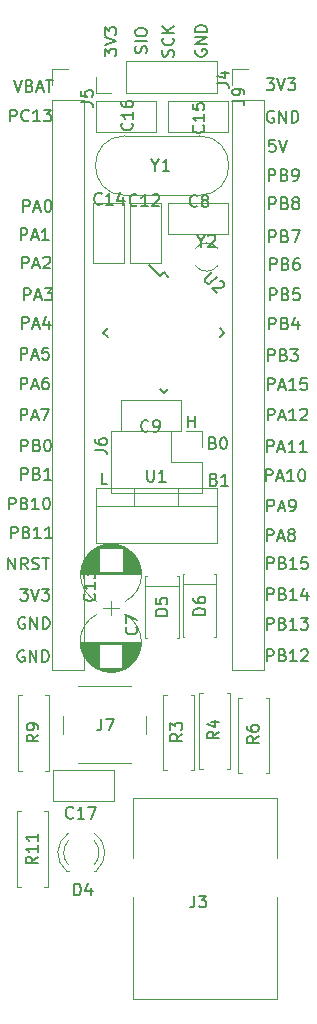
<source format=gbr>
G04 #@! TF.FileFunction,Legend,Top*
%FSLAX46Y46*%
G04 Gerber Fmt 4.6, Leading zero omitted, Abs format (unit mm)*
G04 Created by KiCad (PCBNEW 4.0.7) date 10/08/18 12:12:53*
%MOMM*%
%LPD*%
G01*
G04 APERTURE LIST*
%ADD10C,0.100000*%
%ADD11C,0.150000*%
%ADD12C,0.120000*%
G04 APERTURE END LIST*
D10*
D11*
X73458439Y-67594171D02*
X73601296Y-67641790D01*
X73648915Y-67689410D01*
X73696534Y-67784648D01*
X73696534Y-67927505D01*
X73648915Y-68022743D01*
X73601296Y-68070362D01*
X73506058Y-68117981D01*
X73125105Y-68117981D01*
X73125105Y-67117981D01*
X73458439Y-67117981D01*
X73553677Y-67165600D01*
X73601296Y-67213219D01*
X73648915Y-67308457D01*
X73648915Y-67403695D01*
X73601296Y-67498933D01*
X73553677Y-67546552D01*
X73458439Y-67594171D01*
X73125105Y-67594171D01*
X74648915Y-68117981D02*
X74077486Y-68117981D01*
X74363200Y-68117981D02*
X74363200Y-67117981D01*
X74267962Y-67260838D01*
X74172724Y-67356076D01*
X74077486Y-67403695D01*
X73356839Y-64495371D02*
X73499696Y-64542990D01*
X73547315Y-64590610D01*
X73594934Y-64685848D01*
X73594934Y-64828705D01*
X73547315Y-64923943D01*
X73499696Y-64971562D01*
X73404458Y-65019181D01*
X73023505Y-65019181D01*
X73023505Y-64019181D01*
X73356839Y-64019181D01*
X73452077Y-64066800D01*
X73499696Y-64114419D01*
X73547315Y-64209657D01*
X73547315Y-64304895D01*
X73499696Y-64400133D01*
X73452077Y-64447752D01*
X73356839Y-64495371D01*
X73023505Y-64495371D01*
X74213981Y-64019181D02*
X74309220Y-64019181D01*
X74404458Y-64066800D01*
X74452077Y-64114419D01*
X74499696Y-64209657D01*
X74547315Y-64400133D01*
X74547315Y-64638229D01*
X74499696Y-64828705D01*
X74452077Y-64923943D01*
X74404458Y-64971562D01*
X74309220Y-65019181D01*
X74213981Y-65019181D01*
X74118743Y-64971562D01*
X74071124Y-64923943D01*
X74023505Y-64828705D01*
X73975886Y-64638229D01*
X73975886Y-64400133D01*
X74023505Y-64209657D01*
X74071124Y-64114419D01*
X74118743Y-64066800D01*
X74213981Y-64019181D01*
X64419124Y-68016381D02*
X63942933Y-68016381D01*
X63942933Y-67016381D01*
X71291486Y-63190381D02*
X71291486Y-62190381D01*
X71291486Y-62666571D02*
X71862915Y-62666571D01*
X71862915Y-63190381D02*
X71862915Y-62190381D01*
X70000762Y-31791114D02*
X70048381Y-31648257D01*
X70048381Y-31410161D01*
X70000762Y-31314923D01*
X69953143Y-31267304D01*
X69857905Y-31219685D01*
X69762667Y-31219685D01*
X69667429Y-31267304D01*
X69619810Y-31314923D01*
X69572190Y-31410161D01*
X69524571Y-31600638D01*
X69476952Y-31695876D01*
X69429333Y-31743495D01*
X69334095Y-31791114D01*
X69238857Y-31791114D01*
X69143619Y-31743495D01*
X69096000Y-31695876D01*
X69048381Y-31600638D01*
X69048381Y-31362542D01*
X69096000Y-31219685D01*
X69953143Y-30219685D02*
X70000762Y-30267304D01*
X70048381Y-30410161D01*
X70048381Y-30505399D01*
X70000762Y-30648257D01*
X69905524Y-30743495D01*
X69810286Y-30791114D01*
X69619810Y-30838733D01*
X69476952Y-30838733D01*
X69286476Y-30791114D01*
X69191238Y-30743495D01*
X69096000Y-30648257D01*
X69048381Y-30505399D01*
X69048381Y-30410161D01*
X69096000Y-30267304D01*
X69143619Y-30219685D01*
X70048381Y-29791114D02*
X69048381Y-29791114D01*
X70048381Y-29219685D02*
X69476952Y-29648257D01*
X69048381Y-29219685D02*
X69619810Y-29791114D01*
X67714762Y-31502219D02*
X67762381Y-31359362D01*
X67762381Y-31121266D01*
X67714762Y-31026028D01*
X67667143Y-30978409D01*
X67571905Y-30930790D01*
X67476667Y-30930790D01*
X67381429Y-30978409D01*
X67333810Y-31026028D01*
X67286190Y-31121266D01*
X67238571Y-31311743D01*
X67190952Y-31406981D01*
X67143333Y-31454600D01*
X67048095Y-31502219D01*
X66952857Y-31502219D01*
X66857619Y-31454600D01*
X66810000Y-31406981D01*
X66762381Y-31311743D01*
X66762381Y-31073647D01*
X66810000Y-30930790D01*
X67762381Y-30502219D02*
X66762381Y-30502219D01*
X66762381Y-29835553D02*
X66762381Y-29645076D01*
X66810000Y-29549838D01*
X66905238Y-29454600D01*
X67095714Y-29406981D01*
X67429048Y-29406981D01*
X67619524Y-29454600D01*
X67714762Y-29549838D01*
X67762381Y-29645076D01*
X67762381Y-29835553D01*
X67714762Y-29930791D01*
X67619524Y-30026029D01*
X67429048Y-30073648D01*
X67095714Y-30073648D01*
X66905238Y-30026029D01*
X66810000Y-29930791D01*
X66762381Y-29835553D01*
X71890000Y-31216504D02*
X71842381Y-31311742D01*
X71842381Y-31454599D01*
X71890000Y-31597457D01*
X71985238Y-31692695D01*
X72080476Y-31740314D01*
X72270952Y-31787933D01*
X72413810Y-31787933D01*
X72604286Y-31740314D01*
X72699524Y-31692695D01*
X72794762Y-31597457D01*
X72842381Y-31454599D01*
X72842381Y-31359361D01*
X72794762Y-31216504D01*
X72747143Y-31168885D01*
X72413810Y-31168885D01*
X72413810Y-31359361D01*
X72842381Y-30740314D02*
X71842381Y-30740314D01*
X72842381Y-30168885D01*
X71842381Y-30168885D01*
X72842381Y-29692695D02*
X71842381Y-29692695D01*
X71842381Y-29454600D01*
X71890000Y-29311742D01*
X71985238Y-29216504D01*
X72080476Y-29168885D01*
X72270952Y-29121266D01*
X72413810Y-29121266D01*
X72604286Y-29168885D01*
X72699524Y-29216504D01*
X72794762Y-29311742D01*
X72842381Y-29454600D01*
X72842381Y-29692695D01*
X64184281Y-31743495D02*
X64184281Y-31124447D01*
X64565233Y-31457781D01*
X64565233Y-31314923D01*
X64612852Y-31219685D01*
X64660471Y-31172066D01*
X64755710Y-31124447D01*
X64993805Y-31124447D01*
X65089043Y-31172066D01*
X65136662Y-31219685D01*
X65184281Y-31314923D01*
X65184281Y-31600638D01*
X65136662Y-31695876D01*
X65089043Y-31743495D01*
X64184281Y-30838733D02*
X65184281Y-30505400D01*
X64184281Y-30172066D01*
X64184281Y-29933971D02*
X64184281Y-29314923D01*
X64565233Y-29648257D01*
X64565233Y-29505399D01*
X64612852Y-29410161D01*
X64660471Y-29362542D01*
X64755710Y-29314923D01*
X64993805Y-29314923D01*
X65089043Y-29362542D01*
X65136662Y-29410161D01*
X65184281Y-29505399D01*
X65184281Y-29791114D01*
X65136662Y-29886352D01*
X65089043Y-29933971D01*
X77908305Y-33640781D02*
X78527353Y-33640781D01*
X78194019Y-34021733D01*
X78336877Y-34021733D01*
X78432115Y-34069352D01*
X78479734Y-34116971D01*
X78527353Y-34212210D01*
X78527353Y-34450305D01*
X78479734Y-34545543D01*
X78432115Y-34593162D01*
X78336877Y-34640781D01*
X78051162Y-34640781D01*
X77955924Y-34593162D01*
X77908305Y-34545543D01*
X78813067Y-33640781D02*
X79146400Y-34640781D01*
X79479734Y-33640781D01*
X79717829Y-33640781D02*
X80336877Y-33640781D01*
X80003543Y-34021733D01*
X80146401Y-34021733D01*
X80241639Y-34069352D01*
X80289258Y-34116971D01*
X80336877Y-34212210D01*
X80336877Y-34450305D01*
X80289258Y-34545543D01*
X80241639Y-34593162D01*
X80146401Y-34640781D01*
X79860686Y-34640781D01*
X79765448Y-34593162D01*
X79717829Y-34545543D01*
X78498796Y-36431600D02*
X78403558Y-36383981D01*
X78260701Y-36383981D01*
X78117843Y-36431600D01*
X78022605Y-36526838D01*
X77974986Y-36622076D01*
X77927367Y-36812552D01*
X77927367Y-36955410D01*
X77974986Y-37145886D01*
X78022605Y-37241124D01*
X78117843Y-37336362D01*
X78260701Y-37383981D01*
X78355939Y-37383981D01*
X78498796Y-37336362D01*
X78546415Y-37288743D01*
X78546415Y-36955410D01*
X78355939Y-36955410D01*
X78974986Y-37383981D02*
X78974986Y-36383981D01*
X79546415Y-37383981D01*
X79546415Y-36383981D01*
X80022605Y-37383981D02*
X80022605Y-36383981D01*
X80260700Y-36383981D01*
X80403558Y-36431600D01*
X80498796Y-36526838D01*
X80546415Y-36622076D01*
X80594034Y-36812552D01*
X80594034Y-36955410D01*
X80546415Y-37145886D01*
X80498796Y-37241124D01*
X80403558Y-37336362D01*
X80260700Y-37383981D01*
X80022605Y-37383981D01*
X78625724Y-38847781D02*
X78149533Y-38847781D01*
X78101914Y-39323971D01*
X78149533Y-39276352D01*
X78244771Y-39228733D01*
X78482867Y-39228733D01*
X78578105Y-39276352D01*
X78625724Y-39323971D01*
X78673343Y-39419210D01*
X78673343Y-39657305D01*
X78625724Y-39752543D01*
X78578105Y-39800162D01*
X78482867Y-39847781D01*
X78244771Y-39847781D01*
X78149533Y-39800162D01*
X78101914Y-39752543D01*
X78959057Y-38847781D02*
X79292390Y-39847781D01*
X79625724Y-38847781D01*
X78086105Y-42311581D02*
X78086105Y-41311581D01*
X78467058Y-41311581D01*
X78562296Y-41359200D01*
X78609915Y-41406819D01*
X78657534Y-41502057D01*
X78657534Y-41644914D01*
X78609915Y-41740152D01*
X78562296Y-41787771D01*
X78467058Y-41835390D01*
X78086105Y-41835390D01*
X79419439Y-41787771D02*
X79562296Y-41835390D01*
X79609915Y-41883010D01*
X79657534Y-41978248D01*
X79657534Y-42121105D01*
X79609915Y-42216343D01*
X79562296Y-42263962D01*
X79467058Y-42311581D01*
X79086105Y-42311581D01*
X79086105Y-41311581D01*
X79419439Y-41311581D01*
X79514677Y-41359200D01*
X79562296Y-41406819D01*
X79609915Y-41502057D01*
X79609915Y-41597295D01*
X79562296Y-41692533D01*
X79514677Y-41740152D01*
X79419439Y-41787771D01*
X79086105Y-41787771D01*
X80133724Y-42311581D02*
X80324200Y-42311581D01*
X80419439Y-42263962D01*
X80467058Y-42216343D01*
X80562296Y-42073486D01*
X80609915Y-41883010D01*
X80609915Y-41502057D01*
X80562296Y-41406819D01*
X80514677Y-41359200D01*
X80419439Y-41311581D01*
X80228962Y-41311581D01*
X80133724Y-41359200D01*
X80086105Y-41406819D01*
X80038486Y-41502057D01*
X80038486Y-41740152D01*
X80086105Y-41835390D01*
X80133724Y-41883010D01*
X80228962Y-41930629D01*
X80419439Y-41930629D01*
X80514677Y-41883010D01*
X80562296Y-41835390D01*
X80609915Y-41740152D01*
X78136905Y-44711881D02*
X78136905Y-43711881D01*
X78517858Y-43711881D01*
X78613096Y-43759500D01*
X78660715Y-43807119D01*
X78708334Y-43902357D01*
X78708334Y-44045214D01*
X78660715Y-44140452D01*
X78613096Y-44188071D01*
X78517858Y-44235690D01*
X78136905Y-44235690D01*
X79470239Y-44188071D02*
X79613096Y-44235690D01*
X79660715Y-44283310D01*
X79708334Y-44378548D01*
X79708334Y-44521405D01*
X79660715Y-44616643D01*
X79613096Y-44664262D01*
X79517858Y-44711881D01*
X79136905Y-44711881D01*
X79136905Y-43711881D01*
X79470239Y-43711881D01*
X79565477Y-43759500D01*
X79613096Y-43807119D01*
X79660715Y-43902357D01*
X79660715Y-43997595D01*
X79613096Y-44092833D01*
X79565477Y-44140452D01*
X79470239Y-44188071D01*
X79136905Y-44188071D01*
X80279762Y-44140452D02*
X80184524Y-44092833D01*
X80136905Y-44045214D01*
X80089286Y-43949976D01*
X80089286Y-43902357D01*
X80136905Y-43807119D01*
X80184524Y-43759500D01*
X80279762Y-43711881D01*
X80470239Y-43711881D01*
X80565477Y-43759500D01*
X80613096Y-43807119D01*
X80660715Y-43902357D01*
X80660715Y-43949976D01*
X80613096Y-44045214D01*
X80565477Y-44092833D01*
X80470239Y-44140452D01*
X80279762Y-44140452D01*
X80184524Y-44188071D01*
X80136905Y-44235690D01*
X80089286Y-44330929D01*
X80089286Y-44521405D01*
X80136905Y-44616643D01*
X80184524Y-44664262D01*
X80279762Y-44711881D01*
X80470239Y-44711881D01*
X80565477Y-44664262D01*
X80613096Y-44616643D01*
X80660715Y-44521405D01*
X80660715Y-44330929D01*
X80613096Y-44235690D01*
X80565477Y-44188071D01*
X80470239Y-44140452D01*
X78136905Y-47505881D02*
X78136905Y-46505881D01*
X78517858Y-46505881D01*
X78613096Y-46553500D01*
X78660715Y-46601119D01*
X78708334Y-46696357D01*
X78708334Y-46839214D01*
X78660715Y-46934452D01*
X78613096Y-46982071D01*
X78517858Y-47029690D01*
X78136905Y-47029690D01*
X79470239Y-46982071D02*
X79613096Y-47029690D01*
X79660715Y-47077310D01*
X79708334Y-47172548D01*
X79708334Y-47315405D01*
X79660715Y-47410643D01*
X79613096Y-47458262D01*
X79517858Y-47505881D01*
X79136905Y-47505881D01*
X79136905Y-46505881D01*
X79470239Y-46505881D01*
X79565477Y-46553500D01*
X79613096Y-46601119D01*
X79660715Y-46696357D01*
X79660715Y-46791595D01*
X79613096Y-46886833D01*
X79565477Y-46934452D01*
X79470239Y-46982071D01*
X79136905Y-46982071D01*
X80041667Y-46505881D02*
X80708334Y-46505881D01*
X80279762Y-47505881D01*
X78187705Y-49855381D02*
X78187705Y-48855381D01*
X78568658Y-48855381D01*
X78663896Y-48903000D01*
X78711515Y-48950619D01*
X78759134Y-49045857D01*
X78759134Y-49188714D01*
X78711515Y-49283952D01*
X78663896Y-49331571D01*
X78568658Y-49379190D01*
X78187705Y-49379190D01*
X79521039Y-49331571D02*
X79663896Y-49379190D01*
X79711515Y-49426810D01*
X79759134Y-49522048D01*
X79759134Y-49664905D01*
X79711515Y-49760143D01*
X79663896Y-49807762D01*
X79568658Y-49855381D01*
X79187705Y-49855381D01*
X79187705Y-48855381D01*
X79521039Y-48855381D01*
X79616277Y-48903000D01*
X79663896Y-48950619D01*
X79711515Y-49045857D01*
X79711515Y-49141095D01*
X79663896Y-49236333D01*
X79616277Y-49283952D01*
X79521039Y-49331571D01*
X79187705Y-49331571D01*
X80616277Y-48855381D02*
X80425800Y-48855381D01*
X80330562Y-48903000D01*
X80282943Y-48950619D01*
X80187705Y-49093476D01*
X80140086Y-49283952D01*
X80140086Y-49664905D01*
X80187705Y-49760143D01*
X80235324Y-49807762D01*
X80330562Y-49855381D01*
X80521039Y-49855381D01*
X80616277Y-49807762D01*
X80663896Y-49760143D01*
X80711515Y-49664905D01*
X80711515Y-49426810D01*
X80663896Y-49331571D01*
X80616277Y-49283952D01*
X80521039Y-49236333D01*
X80330562Y-49236333D01*
X80235324Y-49283952D01*
X80187705Y-49331571D01*
X80140086Y-49426810D01*
X78187705Y-52420781D02*
X78187705Y-51420781D01*
X78568658Y-51420781D01*
X78663896Y-51468400D01*
X78711515Y-51516019D01*
X78759134Y-51611257D01*
X78759134Y-51754114D01*
X78711515Y-51849352D01*
X78663896Y-51896971D01*
X78568658Y-51944590D01*
X78187705Y-51944590D01*
X79521039Y-51896971D02*
X79663896Y-51944590D01*
X79711515Y-51992210D01*
X79759134Y-52087448D01*
X79759134Y-52230305D01*
X79711515Y-52325543D01*
X79663896Y-52373162D01*
X79568658Y-52420781D01*
X79187705Y-52420781D01*
X79187705Y-51420781D01*
X79521039Y-51420781D01*
X79616277Y-51468400D01*
X79663896Y-51516019D01*
X79711515Y-51611257D01*
X79711515Y-51706495D01*
X79663896Y-51801733D01*
X79616277Y-51849352D01*
X79521039Y-51896971D01*
X79187705Y-51896971D01*
X80663896Y-51420781D02*
X80187705Y-51420781D01*
X80140086Y-51896971D01*
X80187705Y-51849352D01*
X80282943Y-51801733D01*
X80521039Y-51801733D01*
X80616277Y-51849352D01*
X80663896Y-51896971D01*
X80711515Y-51992210D01*
X80711515Y-52230305D01*
X80663896Y-52325543D01*
X80616277Y-52373162D01*
X80521039Y-52420781D01*
X80282943Y-52420781D01*
X80187705Y-52373162D01*
X80140086Y-52325543D01*
X78136905Y-54884581D02*
X78136905Y-53884581D01*
X78517858Y-53884581D01*
X78613096Y-53932200D01*
X78660715Y-53979819D01*
X78708334Y-54075057D01*
X78708334Y-54217914D01*
X78660715Y-54313152D01*
X78613096Y-54360771D01*
X78517858Y-54408390D01*
X78136905Y-54408390D01*
X79470239Y-54360771D02*
X79613096Y-54408390D01*
X79660715Y-54456010D01*
X79708334Y-54551248D01*
X79708334Y-54694105D01*
X79660715Y-54789343D01*
X79613096Y-54836962D01*
X79517858Y-54884581D01*
X79136905Y-54884581D01*
X79136905Y-53884581D01*
X79470239Y-53884581D01*
X79565477Y-53932200D01*
X79613096Y-53979819D01*
X79660715Y-54075057D01*
X79660715Y-54170295D01*
X79613096Y-54265533D01*
X79565477Y-54313152D01*
X79470239Y-54360771D01*
X79136905Y-54360771D01*
X80565477Y-54217914D02*
X80565477Y-54884581D01*
X80327381Y-53836962D02*
X80089286Y-54551248D01*
X80708334Y-54551248D01*
X78022605Y-57564281D02*
X78022605Y-56564281D01*
X78403558Y-56564281D01*
X78498796Y-56611900D01*
X78546415Y-56659519D01*
X78594034Y-56754757D01*
X78594034Y-56897614D01*
X78546415Y-56992852D01*
X78498796Y-57040471D01*
X78403558Y-57088090D01*
X78022605Y-57088090D01*
X79355939Y-57040471D02*
X79498796Y-57088090D01*
X79546415Y-57135710D01*
X79594034Y-57230948D01*
X79594034Y-57373805D01*
X79546415Y-57469043D01*
X79498796Y-57516662D01*
X79403558Y-57564281D01*
X79022605Y-57564281D01*
X79022605Y-56564281D01*
X79355939Y-56564281D01*
X79451177Y-56611900D01*
X79498796Y-56659519D01*
X79546415Y-56754757D01*
X79546415Y-56849995D01*
X79498796Y-56945233D01*
X79451177Y-56992852D01*
X79355939Y-57040471D01*
X79022605Y-57040471D01*
X79927367Y-56564281D02*
X80546415Y-56564281D01*
X80213081Y-56945233D01*
X80355939Y-56945233D01*
X80451177Y-56992852D01*
X80498796Y-57040471D01*
X80546415Y-57135710D01*
X80546415Y-57373805D01*
X80498796Y-57469043D01*
X80451177Y-57516662D01*
X80355939Y-57564281D01*
X80070224Y-57564281D01*
X79974986Y-57516662D01*
X79927367Y-57469043D01*
X78011543Y-60015381D02*
X78011543Y-59015381D01*
X78392496Y-59015381D01*
X78487734Y-59063000D01*
X78535353Y-59110619D01*
X78582972Y-59205857D01*
X78582972Y-59348714D01*
X78535353Y-59443952D01*
X78487734Y-59491571D01*
X78392496Y-59539190D01*
X78011543Y-59539190D01*
X78963924Y-59729667D02*
X79440115Y-59729667D01*
X78868686Y-60015381D02*
X79202019Y-59015381D01*
X79535353Y-60015381D01*
X80392496Y-60015381D02*
X79821067Y-60015381D01*
X80106781Y-60015381D02*
X80106781Y-59015381D01*
X80011543Y-59158238D01*
X79916305Y-59253476D01*
X79821067Y-59301095D01*
X81297258Y-59015381D02*
X80821067Y-59015381D01*
X80773448Y-59491571D01*
X80821067Y-59443952D01*
X80916305Y-59396333D01*
X81154401Y-59396333D01*
X81249639Y-59443952D01*
X81297258Y-59491571D01*
X81344877Y-59586810D01*
X81344877Y-59824905D01*
X81297258Y-59920143D01*
X81249639Y-59967762D01*
X81154401Y-60015381D01*
X80916305Y-60015381D01*
X80821067Y-59967762D01*
X80773448Y-59920143D01*
X78011543Y-62593481D02*
X78011543Y-61593481D01*
X78392496Y-61593481D01*
X78487734Y-61641100D01*
X78535353Y-61688719D01*
X78582972Y-61783957D01*
X78582972Y-61926814D01*
X78535353Y-62022052D01*
X78487734Y-62069671D01*
X78392496Y-62117290D01*
X78011543Y-62117290D01*
X78963924Y-62307767D02*
X79440115Y-62307767D01*
X78868686Y-62593481D02*
X79202019Y-61593481D01*
X79535353Y-62593481D01*
X80392496Y-62593481D02*
X79821067Y-62593481D01*
X80106781Y-62593481D02*
X80106781Y-61593481D01*
X80011543Y-61736338D01*
X79916305Y-61831576D01*
X79821067Y-61879195D01*
X80773448Y-61688719D02*
X80821067Y-61641100D01*
X80916305Y-61593481D01*
X81154401Y-61593481D01*
X81249639Y-61641100D01*
X81297258Y-61688719D01*
X81344877Y-61783957D01*
X81344877Y-61879195D01*
X81297258Y-62022052D01*
X80725829Y-62593481D01*
X81344877Y-62593481D01*
X77960743Y-65273181D02*
X77960743Y-64273181D01*
X78341696Y-64273181D01*
X78436934Y-64320800D01*
X78484553Y-64368419D01*
X78532172Y-64463657D01*
X78532172Y-64606514D01*
X78484553Y-64701752D01*
X78436934Y-64749371D01*
X78341696Y-64796990D01*
X77960743Y-64796990D01*
X78913124Y-64987467D02*
X79389315Y-64987467D01*
X78817886Y-65273181D02*
X79151219Y-64273181D01*
X79484553Y-65273181D01*
X80341696Y-65273181D02*
X79770267Y-65273181D01*
X80055981Y-65273181D02*
X80055981Y-64273181D01*
X79960743Y-64416038D01*
X79865505Y-64511276D01*
X79770267Y-64558895D01*
X81294077Y-65273181D02*
X80722648Y-65273181D01*
X81008362Y-65273181D02*
X81008362Y-64273181D01*
X80913124Y-64416038D01*
X80817886Y-64511276D01*
X80722648Y-64558895D01*
X77846443Y-67736981D02*
X77846443Y-66736981D01*
X78227396Y-66736981D01*
X78322634Y-66784600D01*
X78370253Y-66832219D01*
X78417872Y-66927457D01*
X78417872Y-67070314D01*
X78370253Y-67165552D01*
X78322634Y-67213171D01*
X78227396Y-67260790D01*
X77846443Y-67260790D01*
X78798824Y-67451267D02*
X79275015Y-67451267D01*
X78703586Y-67736981D02*
X79036919Y-66736981D01*
X79370253Y-67736981D01*
X80227396Y-67736981D02*
X79655967Y-67736981D01*
X79941681Y-67736981D02*
X79941681Y-66736981D01*
X79846443Y-66879838D01*
X79751205Y-66975076D01*
X79655967Y-67022695D01*
X80846443Y-66736981D02*
X80941682Y-66736981D01*
X81036920Y-66784600D01*
X81084539Y-66832219D01*
X81132158Y-66927457D01*
X81179777Y-67117933D01*
X81179777Y-67356029D01*
X81132158Y-67546505D01*
X81084539Y-67641743D01*
X81036920Y-67689362D01*
X80941682Y-67736981D01*
X80846443Y-67736981D01*
X80751205Y-67689362D01*
X80703586Y-67641743D01*
X80655967Y-67546505D01*
X80608348Y-67356029D01*
X80608348Y-67117933D01*
X80655967Y-66927457D01*
X80703586Y-66832219D01*
X80751205Y-66784600D01*
X80846443Y-66736981D01*
X77979733Y-70302381D02*
X77979733Y-69302381D01*
X78360686Y-69302381D01*
X78455924Y-69350000D01*
X78503543Y-69397619D01*
X78551162Y-69492857D01*
X78551162Y-69635714D01*
X78503543Y-69730952D01*
X78455924Y-69778571D01*
X78360686Y-69826190D01*
X77979733Y-69826190D01*
X78932114Y-70016667D02*
X79408305Y-70016667D01*
X78836876Y-70302381D02*
X79170209Y-69302381D01*
X79503543Y-70302381D01*
X79884495Y-70302381D02*
X80074971Y-70302381D01*
X80170210Y-70254762D01*
X80217829Y-70207143D01*
X80313067Y-70064286D01*
X80360686Y-69873810D01*
X80360686Y-69492857D01*
X80313067Y-69397619D01*
X80265448Y-69350000D01*
X80170210Y-69302381D01*
X79979733Y-69302381D01*
X79884495Y-69350000D01*
X79836876Y-69397619D01*
X79789257Y-69492857D01*
X79789257Y-69730952D01*
X79836876Y-69826190D01*
X79884495Y-69873810D01*
X79979733Y-69921429D01*
X80170210Y-69921429D01*
X80265448Y-69873810D01*
X80313067Y-69826190D01*
X80360686Y-69730952D01*
X77928933Y-72816981D02*
X77928933Y-71816981D01*
X78309886Y-71816981D01*
X78405124Y-71864600D01*
X78452743Y-71912219D01*
X78500362Y-72007457D01*
X78500362Y-72150314D01*
X78452743Y-72245552D01*
X78405124Y-72293171D01*
X78309886Y-72340790D01*
X77928933Y-72340790D01*
X78881314Y-72531267D02*
X79357505Y-72531267D01*
X78786076Y-72816981D02*
X79119409Y-71816981D01*
X79452743Y-72816981D01*
X79928933Y-72245552D02*
X79833695Y-72197933D01*
X79786076Y-72150314D01*
X79738457Y-72055076D01*
X79738457Y-72007457D01*
X79786076Y-71912219D01*
X79833695Y-71864600D01*
X79928933Y-71816981D01*
X80119410Y-71816981D01*
X80214648Y-71864600D01*
X80262267Y-71912219D01*
X80309886Y-72007457D01*
X80309886Y-72055076D01*
X80262267Y-72150314D01*
X80214648Y-72197933D01*
X80119410Y-72245552D01*
X79928933Y-72245552D01*
X79833695Y-72293171D01*
X79786076Y-72340790D01*
X79738457Y-72436029D01*
X79738457Y-72626505D01*
X79786076Y-72721743D01*
X79833695Y-72769362D01*
X79928933Y-72816981D01*
X80119410Y-72816981D01*
X80214648Y-72769362D01*
X80262267Y-72721743D01*
X80309886Y-72626505D01*
X80309886Y-72436029D01*
X80262267Y-72340790D01*
X80214648Y-72293171D01*
X80119410Y-72245552D01*
X77940114Y-75166481D02*
X77940114Y-74166481D01*
X78321067Y-74166481D01*
X78416305Y-74214100D01*
X78463924Y-74261719D01*
X78511543Y-74356957D01*
X78511543Y-74499814D01*
X78463924Y-74595052D01*
X78416305Y-74642671D01*
X78321067Y-74690290D01*
X77940114Y-74690290D01*
X79273448Y-74642671D02*
X79416305Y-74690290D01*
X79463924Y-74737910D01*
X79511543Y-74833148D01*
X79511543Y-74976005D01*
X79463924Y-75071243D01*
X79416305Y-75118862D01*
X79321067Y-75166481D01*
X78940114Y-75166481D01*
X78940114Y-74166481D01*
X79273448Y-74166481D01*
X79368686Y-74214100D01*
X79416305Y-74261719D01*
X79463924Y-74356957D01*
X79463924Y-74452195D01*
X79416305Y-74547433D01*
X79368686Y-74595052D01*
X79273448Y-74642671D01*
X78940114Y-74642671D01*
X80463924Y-75166481D02*
X79892495Y-75166481D01*
X80178209Y-75166481D02*
X80178209Y-74166481D01*
X80082971Y-74309338D01*
X79987733Y-74404576D01*
X79892495Y-74452195D01*
X81368686Y-74166481D02*
X80892495Y-74166481D01*
X80844876Y-74642671D01*
X80892495Y-74595052D01*
X80987733Y-74547433D01*
X81225829Y-74547433D01*
X81321067Y-74595052D01*
X81368686Y-74642671D01*
X81416305Y-74737910D01*
X81416305Y-74976005D01*
X81368686Y-75071243D01*
X81321067Y-75118862D01*
X81225829Y-75166481D01*
X80987733Y-75166481D01*
X80892495Y-75118862D01*
X80844876Y-75071243D01*
X77940114Y-77795381D02*
X77940114Y-76795381D01*
X78321067Y-76795381D01*
X78416305Y-76843000D01*
X78463924Y-76890619D01*
X78511543Y-76985857D01*
X78511543Y-77128714D01*
X78463924Y-77223952D01*
X78416305Y-77271571D01*
X78321067Y-77319190D01*
X77940114Y-77319190D01*
X79273448Y-77271571D02*
X79416305Y-77319190D01*
X79463924Y-77366810D01*
X79511543Y-77462048D01*
X79511543Y-77604905D01*
X79463924Y-77700143D01*
X79416305Y-77747762D01*
X79321067Y-77795381D01*
X78940114Y-77795381D01*
X78940114Y-76795381D01*
X79273448Y-76795381D01*
X79368686Y-76843000D01*
X79416305Y-76890619D01*
X79463924Y-76985857D01*
X79463924Y-77081095D01*
X79416305Y-77176333D01*
X79368686Y-77223952D01*
X79273448Y-77271571D01*
X78940114Y-77271571D01*
X80463924Y-77795381D02*
X79892495Y-77795381D01*
X80178209Y-77795381D02*
X80178209Y-76795381D01*
X80082971Y-76938238D01*
X79987733Y-77033476D01*
X79892495Y-77081095D01*
X81321067Y-77128714D02*
X81321067Y-77795381D01*
X81082971Y-76747762D02*
X80844876Y-77462048D01*
X81463924Y-77462048D01*
X77940114Y-80309981D02*
X77940114Y-79309981D01*
X78321067Y-79309981D01*
X78416305Y-79357600D01*
X78463924Y-79405219D01*
X78511543Y-79500457D01*
X78511543Y-79643314D01*
X78463924Y-79738552D01*
X78416305Y-79786171D01*
X78321067Y-79833790D01*
X77940114Y-79833790D01*
X79273448Y-79786171D02*
X79416305Y-79833790D01*
X79463924Y-79881410D01*
X79511543Y-79976648D01*
X79511543Y-80119505D01*
X79463924Y-80214743D01*
X79416305Y-80262362D01*
X79321067Y-80309981D01*
X78940114Y-80309981D01*
X78940114Y-79309981D01*
X79273448Y-79309981D01*
X79368686Y-79357600D01*
X79416305Y-79405219D01*
X79463924Y-79500457D01*
X79463924Y-79595695D01*
X79416305Y-79690933D01*
X79368686Y-79738552D01*
X79273448Y-79786171D01*
X78940114Y-79786171D01*
X80463924Y-80309981D02*
X79892495Y-80309981D01*
X80178209Y-80309981D02*
X80178209Y-79309981D01*
X80082971Y-79452838D01*
X79987733Y-79548076D01*
X79892495Y-79595695D01*
X80797257Y-79309981D02*
X81416305Y-79309981D01*
X81082971Y-79690933D01*
X81225829Y-79690933D01*
X81321067Y-79738552D01*
X81368686Y-79786171D01*
X81416305Y-79881410D01*
X81416305Y-80119505D01*
X81368686Y-80214743D01*
X81321067Y-80262362D01*
X81225829Y-80309981D01*
X80940114Y-80309981D01*
X80844876Y-80262362D01*
X80797257Y-80214743D01*
X77940114Y-82989681D02*
X77940114Y-81989681D01*
X78321067Y-81989681D01*
X78416305Y-82037300D01*
X78463924Y-82084919D01*
X78511543Y-82180157D01*
X78511543Y-82323014D01*
X78463924Y-82418252D01*
X78416305Y-82465871D01*
X78321067Y-82513490D01*
X77940114Y-82513490D01*
X79273448Y-82465871D02*
X79416305Y-82513490D01*
X79463924Y-82561110D01*
X79511543Y-82656348D01*
X79511543Y-82799205D01*
X79463924Y-82894443D01*
X79416305Y-82942062D01*
X79321067Y-82989681D01*
X78940114Y-82989681D01*
X78940114Y-81989681D01*
X79273448Y-81989681D01*
X79368686Y-82037300D01*
X79416305Y-82084919D01*
X79463924Y-82180157D01*
X79463924Y-82275395D01*
X79416305Y-82370633D01*
X79368686Y-82418252D01*
X79273448Y-82465871D01*
X78940114Y-82465871D01*
X80463924Y-82989681D02*
X79892495Y-82989681D01*
X80178209Y-82989681D02*
X80178209Y-81989681D01*
X80082971Y-82132538D01*
X79987733Y-82227776D01*
X79892495Y-82275395D01*
X80844876Y-82084919D02*
X80892495Y-82037300D01*
X80987733Y-81989681D01*
X81225829Y-81989681D01*
X81321067Y-82037300D01*
X81368686Y-82084919D01*
X81416305Y-82180157D01*
X81416305Y-82275395D01*
X81368686Y-82418252D01*
X80797257Y-82989681D01*
X81416305Y-82989681D01*
X57378696Y-82090640D02*
X57283458Y-82043021D01*
X57140601Y-82043021D01*
X56997743Y-82090640D01*
X56902505Y-82185878D01*
X56854886Y-82281116D01*
X56807267Y-82471592D01*
X56807267Y-82614450D01*
X56854886Y-82804926D01*
X56902505Y-82900164D01*
X56997743Y-82995402D01*
X57140601Y-83043021D01*
X57235839Y-83043021D01*
X57378696Y-82995402D01*
X57426315Y-82947783D01*
X57426315Y-82614450D01*
X57235839Y-82614450D01*
X57854886Y-83043021D02*
X57854886Y-82043021D01*
X58426315Y-83043021D01*
X58426315Y-82043021D01*
X58902505Y-83043021D02*
X58902505Y-82043021D01*
X59140600Y-82043021D01*
X59283458Y-82090640D01*
X59378696Y-82185878D01*
X59426315Y-82281116D01*
X59473934Y-82471592D01*
X59473934Y-82614450D01*
X59426315Y-82804926D01*
X59378696Y-82900164D01*
X59283458Y-82995402D01*
X59140600Y-83043021D01*
X58902505Y-83043021D01*
X57434576Y-79296640D02*
X57339338Y-79249021D01*
X57196481Y-79249021D01*
X57053623Y-79296640D01*
X56958385Y-79391878D01*
X56910766Y-79487116D01*
X56863147Y-79677592D01*
X56863147Y-79820450D01*
X56910766Y-80010926D01*
X56958385Y-80106164D01*
X57053623Y-80201402D01*
X57196481Y-80249021D01*
X57291719Y-80249021D01*
X57434576Y-80201402D01*
X57482195Y-80153783D01*
X57482195Y-79820450D01*
X57291719Y-79820450D01*
X57910766Y-80249021D02*
X57910766Y-79249021D01*
X58482195Y-80249021D01*
X58482195Y-79249021D01*
X58958385Y-80249021D02*
X58958385Y-79249021D01*
X59196480Y-79249021D01*
X59339338Y-79296640D01*
X59434576Y-79391878D01*
X59482195Y-79487116D01*
X59529814Y-79677592D01*
X59529814Y-79820450D01*
X59482195Y-80010926D01*
X59434576Y-80106164D01*
X59339338Y-80201402D01*
X59196480Y-80249021D01*
X58958385Y-80249021D01*
X57070145Y-76846181D02*
X57689193Y-76846181D01*
X57355859Y-77227133D01*
X57498717Y-77227133D01*
X57593955Y-77274752D01*
X57641574Y-77322371D01*
X57689193Y-77417610D01*
X57689193Y-77655705D01*
X57641574Y-77750943D01*
X57593955Y-77798562D01*
X57498717Y-77846181D01*
X57213002Y-77846181D01*
X57117764Y-77798562D01*
X57070145Y-77750943D01*
X57974907Y-76846181D02*
X58308240Y-77846181D01*
X58641574Y-76846181D01*
X58879669Y-76846181D02*
X59498717Y-76846181D01*
X59165383Y-77227133D01*
X59308241Y-77227133D01*
X59403479Y-77274752D01*
X59451098Y-77322371D01*
X59498717Y-77417610D01*
X59498717Y-77655705D01*
X59451098Y-77750943D01*
X59403479Y-77798562D01*
X59308241Y-77846181D01*
X59022526Y-77846181D01*
X58927288Y-77798562D01*
X58879669Y-77750943D01*
X56050703Y-75219821D02*
X56050703Y-74219821D01*
X56622132Y-75219821D01*
X56622132Y-74219821D01*
X57669751Y-75219821D02*
X57336417Y-74743630D01*
X57098322Y-75219821D02*
X57098322Y-74219821D01*
X57479275Y-74219821D01*
X57574513Y-74267440D01*
X57622132Y-74315059D01*
X57669751Y-74410297D01*
X57669751Y-74553154D01*
X57622132Y-74648392D01*
X57574513Y-74696011D01*
X57479275Y-74743630D01*
X57098322Y-74743630D01*
X58050703Y-75172202D02*
X58193560Y-75219821D01*
X58431656Y-75219821D01*
X58526894Y-75172202D01*
X58574513Y-75124583D01*
X58622132Y-75029345D01*
X58622132Y-74934107D01*
X58574513Y-74838869D01*
X58526894Y-74791250D01*
X58431656Y-74743630D01*
X58241179Y-74696011D01*
X58145941Y-74648392D01*
X58098322Y-74600773D01*
X58050703Y-74505535D01*
X58050703Y-74410297D01*
X58098322Y-74315059D01*
X58145941Y-74267440D01*
X58241179Y-74219821D01*
X58479275Y-74219821D01*
X58622132Y-74267440D01*
X58907846Y-74219821D02*
X59479275Y-74219821D01*
X59193560Y-75219821D02*
X59193560Y-74219821D01*
X56258674Y-72593461D02*
X56258674Y-71593461D01*
X56639627Y-71593461D01*
X56734865Y-71641080D01*
X56782484Y-71688699D01*
X56830103Y-71783937D01*
X56830103Y-71926794D01*
X56782484Y-72022032D01*
X56734865Y-72069651D01*
X56639627Y-72117270D01*
X56258674Y-72117270D01*
X57592008Y-72069651D02*
X57734865Y-72117270D01*
X57782484Y-72164890D01*
X57830103Y-72260128D01*
X57830103Y-72402985D01*
X57782484Y-72498223D01*
X57734865Y-72545842D01*
X57639627Y-72593461D01*
X57258674Y-72593461D01*
X57258674Y-71593461D01*
X57592008Y-71593461D01*
X57687246Y-71641080D01*
X57734865Y-71688699D01*
X57782484Y-71783937D01*
X57782484Y-71879175D01*
X57734865Y-71974413D01*
X57687246Y-72022032D01*
X57592008Y-72069651D01*
X57258674Y-72069651D01*
X58782484Y-72593461D02*
X58211055Y-72593461D01*
X58496769Y-72593461D02*
X58496769Y-71593461D01*
X58401531Y-71736318D01*
X58306293Y-71831556D01*
X58211055Y-71879175D01*
X59734865Y-72593461D02*
X59163436Y-72593461D01*
X59449150Y-72593461D02*
X59449150Y-71593461D01*
X59353912Y-71736318D01*
X59258674Y-71831556D01*
X59163436Y-71879175D01*
X56091034Y-70134741D02*
X56091034Y-69134741D01*
X56471987Y-69134741D01*
X56567225Y-69182360D01*
X56614844Y-69229979D01*
X56662463Y-69325217D01*
X56662463Y-69468074D01*
X56614844Y-69563312D01*
X56567225Y-69610931D01*
X56471987Y-69658550D01*
X56091034Y-69658550D01*
X57424368Y-69610931D02*
X57567225Y-69658550D01*
X57614844Y-69706170D01*
X57662463Y-69801408D01*
X57662463Y-69944265D01*
X57614844Y-70039503D01*
X57567225Y-70087122D01*
X57471987Y-70134741D01*
X57091034Y-70134741D01*
X57091034Y-69134741D01*
X57424368Y-69134741D01*
X57519606Y-69182360D01*
X57567225Y-69229979D01*
X57614844Y-69325217D01*
X57614844Y-69420455D01*
X57567225Y-69515693D01*
X57519606Y-69563312D01*
X57424368Y-69610931D01*
X57091034Y-69610931D01*
X58614844Y-70134741D02*
X58043415Y-70134741D01*
X58329129Y-70134741D02*
X58329129Y-69134741D01*
X58233891Y-69277598D01*
X58138653Y-69372836D01*
X58043415Y-69420455D01*
X59233891Y-69134741D02*
X59329130Y-69134741D01*
X59424368Y-69182360D01*
X59471987Y-69229979D01*
X59519606Y-69325217D01*
X59567225Y-69515693D01*
X59567225Y-69753789D01*
X59519606Y-69944265D01*
X59471987Y-70039503D01*
X59424368Y-70087122D01*
X59329130Y-70134741D01*
X59233891Y-70134741D01*
X59138653Y-70087122D01*
X59091034Y-70039503D01*
X59043415Y-69944265D01*
X58995796Y-69753789D01*
X58995796Y-69515693D01*
X59043415Y-69325217D01*
X59091034Y-69229979D01*
X59138653Y-69182360D01*
X59233891Y-69134741D01*
X57126025Y-67620141D02*
X57126025Y-66620141D01*
X57506978Y-66620141D01*
X57602216Y-66667760D01*
X57649835Y-66715379D01*
X57697454Y-66810617D01*
X57697454Y-66953474D01*
X57649835Y-67048712D01*
X57602216Y-67096331D01*
X57506978Y-67143950D01*
X57126025Y-67143950D01*
X58459359Y-67096331D02*
X58602216Y-67143950D01*
X58649835Y-67191570D01*
X58697454Y-67286808D01*
X58697454Y-67429665D01*
X58649835Y-67524903D01*
X58602216Y-67572522D01*
X58506978Y-67620141D01*
X58126025Y-67620141D01*
X58126025Y-66620141D01*
X58459359Y-66620141D01*
X58554597Y-66667760D01*
X58602216Y-66715379D01*
X58649835Y-66810617D01*
X58649835Y-66905855D01*
X58602216Y-67001093D01*
X58554597Y-67048712D01*
X58459359Y-67096331D01*
X58126025Y-67096331D01*
X59649835Y-67620141D02*
X59078406Y-67620141D01*
X59364120Y-67620141D02*
X59364120Y-66620141D01*
X59268882Y-66762998D01*
X59173644Y-66858236D01*
X59078406Y-66905855D01*
X57126025Y-65217301D02*
X57126025Y-64217301D01*
X57506978Y-64217301D01*
X57602216Y-64264920D01*
X57649835Y-64312539D01*
X57697454Y-64407777D01*
X57697454Y-64550634D01*
X57649835Y-64645872D01*
X57602216Y-64693491D01*
X57506978Y-64741110D01*
X57126025Y-64741110D01*
X58459359Y-64693491D02*
X58602216Y-64741110D01*
X58649835Y-64788730D01*
X58697454Y-64883968D01*
X58697454Y-65026825D01*
X58649835Y-65122063D01*
X58602216Y-65169682D01*
X58506978Y-65217301D01*
X58126025Y-65217301D01*
X58126025Y-64217301D01*
X58459359Y-64217301D01*
X58554597Y-64264920D01*
X58602216Y-64312539D01*
X58649835Y-64407777D01*
X58649835Y-64503015D01*
X58602216Y-64598253D01*
X58554597Y-64645872D01*
X58459359Y-64693491D01*
X58126025Y-64693491D01*
X59316501Y-64217301D02*
X59411740Y-64217301D01*
X59506978Y-64264920D01*
X59554597Y-64312539D01*
X59602216Y-64407777D01*
X59649835Y-64598253D01*
X59649835Y-64836349D01*
X59602216Y-65026825D01*
X59554597Y-65122063D01*
X59506978Y-65169682D01*
X59411740Y-65217301D01*
X59316501Y-65217301D01*
X59221263Y-65169682D01*
X59173644Y-65122063D01*
X59126025Y-65026825D01*
X59078406Y-64836349D01*
X59078406Y-64598253D01*
X59126025Y-64407777D01*
X59173644Y-64312539D01*
X59221263Y-64264920D01*
X59316501Y-64217301D01*
X57085693Y-62590941D02*
X57085693Y-61590941D01*
X57466646Y-61590941D01*
X57561884Y-61638560D01*
X57609503Y-61686179D01*
X57657122Y-61781417D01*
X57657122Y-61924274D01*
X57609503Y-62019512D01*
X57561884Y-62067131D01*
X57466646Y-62114750D01*
X57085693Y-62114750D01*
X58038074Y-62305227D02*
X58514265Y-62305227D01*
X57942836Y-62590941D02*
X58276169Y-61590941D01*
X58609503Y-62590941D01*
X58847598Y-61590941D02*
X59514265Y-61590941D01*
X59085693Y-62590941D01*
X57085693Y-59964581D02*
X57085693Y-58964581D01*
X57466646Y-58964581D01*
X57561884Y-59012200D01*
X57609503Y-59059819D01*
X57657122Y-59155057D01*
X57657122Y-59297914D01*
X57609503Y-59393152D01*
X57561884Y-59440771D01*
X57466646Y-59488390D01*
X57085693Y-59488390D01*
X58038074Y-59678867D02*
X58514265Y-59678867D01*
X57942836Y-59964581D02*
X58276169Y-58964581D01*
X58609503Y-59964581D01*
X59371408Y-58964581D02*
X59180931Y-58964581D01*
X59085693Y-59012200D01*
X59038074Y-59059819D01*
X58942836Y-59202676D01*
X58895217Y-59393152D01*
X58895217Y-59774105D01*
X58942836Y-59869343D01*
X58990455Y-59916962D01*
X59085693Y-59964581D01*
X59276170Y-59964581D01*
X59371408Y-59916962D01*
X59419027Y-59869343D01*
X59466646Y-59774105D01*
X59466646Y-59536010D01*
X59419027Y-59440771D01*
X59371408Y-59393152D01*
X59276170Y-59345533D01*
X59085693Y-59345533D01*
X58990455Y-59393152D01*
X58942836Y-59440771D01*
X58895217Y-59536010D01*
X57085693Y-57449981D02*
X57085693Y-56449981D01*
X57466646Y-56449981D01*
X57561884Y-56497600D01*
X57609503Y-56545219D01*
X57657122Y-56640457D01*
X57657122Y-56783314D01*
X57609503Y-56878552D01*
X57561884Y-56926171D01*
X57466646Y-56973790D01*
X57085693Y-56973790D01*
X58038074Y-57164267D02*
X58514265Y-57164267D01*
X57942836Y-57449981D02*
X58276169Y-56449981D01*
X58609503Y-57449981D01*
X59419027Y-56449981D02*
X58942836Y-56449981D01*
X58895217Y-56926171D01*
X58942836Y-56878552D01*
X59038074Y-56830933D01*
X59276170Y-56830933D01*
X59371408Y-56878552D01*
X59419027Y-56926171D01*
X59466646Y-57021410D01*
X59466646Y-57259505D01*
X59419027Y-57354743D01*
X59371408Y-57402362D01*
X59276170Y-57449981D01*
X59038074Y-57449981D01*
X58942836Y-57402362D01*
X58895217Y-57354743D01*
X57197453Y-54823621D02*
X57197453Y-53823621D01*
X57578406Y-53823621D01*
X57673644Y-53871240D01*
X57721263Y-53918859D01*
X57768882Y-54014097D01*
X57768882Y-54156954D01*
X57721263Y-54252192D01*
X57673644Y-54299811D01*
X57578406Y-54347430D01*
X57197453Y-54347430D01*
X58149834Y-54537907D02*
X58626025Y-54537907D01*
X58054596Y-54823621D02*
X58387929Y-53823621D01*
X58721263Y-54823621D01*
X59483168Y-54156954D02*
X59483168Y-54823621D01*
X59245072Y-53776002D02*
X59006977Y-54490288D01*
X59626025Y-54490288D01*
X57365093Y-52420781D02*
X57365093Y-51420781D01*
X57746046Y-51420781D01*
X57841284Y-51468400D01*
X57888903Y-51516019D01*
X57936522Y-51611257D01*
X57936522Y-51754114D01*
X57888903Y-51849352D01*
X57841284Y-51896971D01*
X57746046Y-51944590D01*
X57365093Y-51944590D01*
X58317474Y-52135067D02*
X58793665Y-52135067D01*
X58222236Y-52420781D02*
X58555569Y-51420781D01*
X58888903Y-52420781D01*
X59126998Y-51420781D02*
X59746046Y-51420781D01*
X59412712Y-51801733D01*
X59555570Y-51801733D01*
X59650808Y-51849352D01*
X59698427Y-51896971D01*
X59746046Y-51992210D01*
X59746046Y-52230305D01*
X59698427Y-52325543D01*
X59650808Y-52373162D01*
X59555570Y-52420781D01*
X59269855Y-52420781D01*
X59174617Y-52373162D01*
X59126998Y-52325543D01*
X57202533Y-49728381D02*
X57202533Y-48728381D01*
X57583486Y-48728381D01*
X57678724Y-48776000D01*
X57726343Y-48823619D01*
X57773962Y-48918857D01*
X57773962Y-49061714D01*
X57726343Y-49156952D01*
X57678724Y-49204571D01*
X57583486Y-49252190D01*
X57202533Y-49252190D01*
X58154914Y-49442667D02*
X58631105Y-49442667D01*
X58059676Y-49728381D02*
X58393009Y-48728381D01*
X58726343Y-49728381D01*
X59012057Y-48823619D02*
X59059676Y-48776000D01*
X59154914Y-48728381D01*
X59393010Y-48728381D01*
X59488248Y-48776000D01*
X59535867Y-48823619D01*
X59583486Y-48918857D01*
X59583486Y-49014095D01*
X59535867Y-49156952D01*
X58964438Y-49728381D01*
X59583486Y-49728381D01*
X57075533Y-47340781D02*
X57075533Y-46340781D01*
X57456486Y-46340781D01*
X57551724Y-46388400D01*
X57599343Y-46436019D01*
X57646962Y-46531257D01*
X57646962Y-46674114D01*
X57599343Y-46769352D01*
X57551724Y-46816971D01*
X57456486Y-46864590D01*
X57075533Y-46864590D01*
X58027914Y-47055067D02*
X58504105Y-47055067D01*
X57932676Y-47340781D02*
X58266009Y-46340781D01*
X58599343Y-47340781D01*
X59456486Y-47340781D02*
X58885057Y-47340781D01*
X59170771Y-47340781D02*
X59170771Y-46340781D01*
X59075533Y-46483638D01*
X58980295Y-46578876D01*
X58885057Y-46626495D01*
X57304133Y-44927781D02*
X57304133Y-43927781D01*
X57685086Y-43927781D01*
X57780324Y-43975400D01*
X57827943Y-44023019D01*
X57875562Y-44118257D01*
X57875562Y-44261114D01*
X57827943Y-44356352D01*
X57780324Y-44403971D01*
X57685086Y-44451590D01*
X57304133Y-44451590D01*
X58256514Y-44642067D02*
X58732705Y-44642067D01*
X58161276Y-44927781D02*
X58494609Y-43927781D01*
X58827943Y-44927781D01*
X59351752Y-43927781D02*
X59446991Y-43927781D01*
X59542229Y-43975400D01*
X59589848Y-44023019D01*
X59637467Y-44118257D01*
X59685086Y-44308733D01*
X59685086Y-44546829D01*
X59637467Y-44737305D01*
X59589848Y-44832543D01*
X59542229Y-44880162D01*
X59446991Y-44927781D01*
X59351752Y-44927781D01*
X59256514Y-44880162D01*
X59208895Y-44832543D01*
X59161276Y-44737305D01*
X59113657Y-44546829D01*
X59113657Y-44308733D01*
X59161276Y-44118257D01*
X59208895Y-44023019D01*
X59256514Y-43975400D01*
X59351752Y-43927781D01*
X56197714Y-37282381D02*
X56197714Y-36282381D01*
X56578667Y-36282381D01*
X56673905Y-36330000D01*
X56721524Y-36377619D01*
X56769143Y-36472857D01*
X56769143Y-36615714D01*
X56721524Y-36710952D01*
X56673905Y-36758571D01*
X56578667Y-36806190D01*
X56197714Y-36806190D01*
X57769143Y-37187143D02*
X57721524Y-37234762D01*
X57578667Y-37282381D01*
X57483429Y-37282381D01*
X57340571Y-37234762D01*
X57245333Y-37139524D01*
X57197714Y-37044286D01*
X57150095Y-36853810D01*
X57150095Y-36710952D01*
X57197714Y-36520476D01*
X57245333Y-36425238D01*
X57340571Y-36330000D01*
X57483429Y-36282381D01*
X57578667Y-36282381D01*
X57721524Y-36330000D01*
X57769143Y-36377619D01*
X58721524Y-37282381D02*
X58150095Y-37282381D01*
X58435809Y-37282381D02*
X58435809Y-36282381D01*
X58340571Y-36425238D01*
X58245333Y-36520476D01*
X58150095Y-36568095D01*
X59054857Y-36282381D02*
X59673905Y-36282381D01*
X59340571Y-36663333D01*
X59483429Y-36663333D01*
X59578667Y-36710952D01*
X59626286Y-36758571D01*
X59673905Y-36853810D01*
X59673905Y-37091905D01*
X59626286Y-37187143D01*
X59578667Y-37234762D01*
X59483429Y-37282381D01*
X59197714Y-37282381D01*
X59102476Y-37234762D01*
X59054857Y-37187143D01*
X56497743Y-33767781D02*
X56831076Y-34767781D01*
X57164410Y-33767781D01*
X57831077Y-34243971D02*
X57973934Y-34291590D01*
X58021553Y-34339210D01*
X58069172Y-34434448D01*
X58069172Y-34577305D01*
X58021553Y-34672543D01*
X57973934Y-34720162D01*
X57878696Y-34767781D01*
X57497743Y-34767781D01*
X57497743Y-33767781D01*
X57831077Y-33767781D01*
X57926315Y-33815400D01*
X57973934Y-33863019D01*
X58021553Y-33958257D01*
X58021553Y-34053495D01*
X57973934Y-34148733D01*
X57926315Y-34196352D01*
X57831077Y-34243971D01*
X57497743Y-34243971D01*
X58450124Y-34482067D02*
X58926315Y-34482067D01*
X58354886Y-34767781D02*
X58688219Y-33767781D01*
X59021553Y-34767781D01*
X59212029Y-33767781D02*
X59783458Y-33767781D01*
X59497743Y-34767781D02*
X59497743Y-33767781D01*
X69215000Y-50054976D02*
X68896802Y-50373174D01*
X74341524Y-55181500D02*
X73970293Y-55552731D01*
X69215000Y-60308024D02*
X69586231Y-59936793D01*
X64088476Y-55181500D02*
X64459707Y-54810269D01*
X69215000Y-50054976D02*
X69586231Y-50426207D01*
X64088476Y-55181500D02*
X64459707Y-55552731D01*
X69215000Y-60308024D02*
X68843769Y-59936793D01*
X74341524Y-55181500D02*
X73970293Y-54810269D01*
X68896802Y-50373174D02*
X67924530Y-49400902D01*
D12*
X59780000Y-83748000D02*
X62440000Y-83748000D01*
X59780000Y-35428000D02*
X59780000Y-83748000D01*
X62440000Y-35428000D02*
X62440000Y-83748000D01*
X59780000Y-35428000D02*
X62440000Y-35428000D01*
X59780000Y-34158000D02*
X59780000Y-32828000D01*
X59780000Y-32828000D02*
X61110000Y-32828000D01*
X75020000Y-83748000D02*
X77680000Y-83748000D01*
X75020000Y-35428000D02*
X75020000Y-83748000D01*
X77680000Y-35428000D02*
X77680000Y-83748000D01*
X75020000Y-35428000D02*
X77680000Y-35428000D01*
X75020000Y-34158000D02*
X75020000Y-32828000D01*
X75020000Y-32828000D02*
X76350000Y-32828000D01*
X68937500Y-44156000D02*
X68937500Y-49276000D01*
X66317500Y-44156000D02*
X66317500Y-49276000D01*
X68937500Y-44156000D02*
X66317500Y-44156000D01*
X68937500Y-49276000D02*
X66317500Y-49276000D01*
X65826000Y-44156000D02*
X65826000Y-49276000D01*
X63206000Y-44156000D02*
X63206000Y-49276000D01*
X65826000Y-44156000D02*
X63206000Y-44156000D01*
X65826000Y-49276000D02*
X63206000Y-49276000D01*
X69556000Y-35520000D02*
X74676000Y-35520000D01*
X69556000Y-38140000D02*
X74676000Y-38140000D01*
X69556000Y-35520000D02*
X69556000Y-38140000D01*
X74676000Y-35520000D02*
X74676000Y-38140000D01*
X63460000Y-35520000D02*
X68580000Y-35520000D01*
X63460000Y-38140000D02*
X68580000Y-38140000D01*
X63460000Y-35520000D02*
X63460000Y-38140000D01*
X68580000Y-35520000D02*
X68580000Y-38140000D01*
X73720000Y-34858000D02*
X73720000Y-32198000D01*
X66040000Y-34858000D02*
X73720000Y-34858000D01*
X66040000Y-32198000D02*
X73720000Y-32198000D01*
X66040000Y-34858000D02*
X66040000Y-32198000D01*
X64770000Y-34858000D02*
X63440000Y-34858000D01*
X63440000Y-34858000D02*
X63440000Y-33528000D01*
X72186000Y-43546000D02*
X65936000Y-43546000D01*
X72186000Y-38496000D02*
X65936000Y-38496000D01*
X72186000Y-38496000D02*
G75*
G02X72186000Y-43546000I0J-2525000D01*
G01*
X65936000Y-38496000D02*
G75*
G03X65936000Y-43546000I0J-2525000D01*
G01*
X73782217Y-48035137D02*
G75*
G03X71882000Y-48034856I-950217J-732863D01*
G01*
X73782217Y-49500863D02*
G75*
G02X71882000Y-49501144I-950217J732863D01*
G01*
X69556000Y-44156000D02*
X74676000Y-44156000D01*
X69556000Y-46776000D02*
X74676000Y-46776000D01*
X69556000Y-44156000D02*
X69556000Y-46776000D01*
X74676000Y-44156000D02*
X74676000Y-46776000D01*
X65888763Y-83631762D02*
G75*
G03X65889040Y-79020460I-1179723J2305722D01*
G01*
X63529317Y-83631762D02*
G75*
G02X63529040Y-79020460I1179723J2305722D01*
G01*
X63529317Y-83631762D02*
G75*
G03X65889040Y-83631620I1179723J2305722D01*
G01*
X67259040Y-81326040D02*
X62159040Y-81326040D01*
X67259040Y-81366040D02*
X62159040Y-81366040D01*
X67258040Y-81406040D02*
X62160040Y-81406040D01*
X67257040Y-81446040D02*
X62161040Y-81446040D01*
X67255040Y-81486040D02*
X62163040Y-81486040D01*
X67252040Y-81526040D02*
X62166040Y-81526040D01*
X67248040Y-81566040D02*
X62170040Y-81566040D01*
X67244040Y-81606040D02*
X65689040Y-81606040D01*
X63729040Y-81606040D02*
X62174040Y-81606040D01*
X67240040Y-81646040D02*
X65689040Y-81646040D01*
X63729040Y-81646040D02*
X62178040Y-81646040D01*
X67234040Y-81686040D02*
X65689040Y-81686040D01*
X63729040Y-81686040D02*
X62184040Y-81686040D01*
X67228040Y-81726040D02*
X65689040Y-81726040D01*
X63729040Y-81726040D02*
X62190040Y-81726040D01*
X67222040Y-81766040D02*
X65689040Y-81766040D01*
X63729040Y-81766040D02*
X62196040Y-81766040D01*
X67215040Y-81806040D02*
X65689040Y-81806040D01*
X63729040Y-81806040D02*
X62203040Y-81806040D01*
X67207040Y-81846040D02*
X65689040Y-81846040D01*
X63729040Y-81846040D02*
X62211040Y-81846040D01*
X67198040Y-81886040D02*
X65689040Y-81886040D01*
X63729040Y-81886040D02*
X62220040Y-81886040D01*
X67189040Y-81926040D02*
X65689040Y-81926040D01*
X63729040Y-81926040D02*
X62229040Y-81926040D01*
X67179040Y-81966040D02*
X65689040Y-81966040D01*
X63729040Y-81966040D02*
X62239040Y-81966040D01*
X67169040Y-82006040D02*
X65689040Y-82006040D01*
X63729040Y-82006040D02*
X62249040Y-82006040D01*
X67157040Y-82047040D02*
X65689040Y-82047040D01*
X63729040Y-82047040D02*
X62261040Y-82047040D01*
X67145040Y-82087040D02*
X65689040Y-82087040D01*
X63729040Y-82087040D02*
X62273040Y-82087040D01*
X67133040Y-82127040D02*
X65689040Y-82127040D01*
X63729040Y-82127040D02*
X62285040Y-82127040D01*
X67119040Y-82167040D02*
X65689040Y-82167040D01*
X63729040Y-82167040D02*
X62299040Y-82167040D01*
X67105040Y-82207040D02*
X65689040Y-82207040D01*
X63729040Y-82207040D02*
X62313040Y-82207040D01*
X67091040Y-82247040D02*
X65689040Y-82247040D01*
X63729040Y-82247040D02*
X62327040Y-82247040D01*
X67075040Y-82287040D02*
X65689040Y-82287040D01*
X63729040Y-82287040D02*
X62343040Y-82287040D01*
X67059040Y-82327040D02*
X65689040Y-82327040D01*
X63729040Y-82327040D02*
X62359040Y-82327040D01*
X67042040Y-82367040D02*
X65689040Y-82367040D01*
X63729040Y-82367040D02*
X62376040Y-82367040D01*
X67024040Y-82407040D02*
X65689040Y-82407040D01*
X63729040Y-82407040D02*
X62394040Y-82407040D01*
X67005040Y-82447040D02*
X65689040Y-82447040D01*
X63729040Y-82447040D02*
X62413040Y-82447040D01*
X66985040Y-82487040D02*
X65689040Y-82487040D01*
X63729040Y-82487040D02*
X62433040Y-82487040D01*
X66965040Y-82527040D02*
X65689040Y-82527040D01*
X63729040Y-82527040D02*
X62453040Y-82527040D01*
X66943040Y-82567040D02*
X65689040Y-82567040D01*
X63729040Y-82567040D02*
X62475040Y-82567040D01*
X66921040Y-82607040D02*
X65689040Y-82607040D01*
X63729040Y-82607040D02*
X62497040Y-82607040D01*
X66898040Y-82647040D02*
X65689040Y-82647040D01*
X63729040Y-82647040D02*
X62520040Y-82647040D01*
X66874040Y-82687040D02*
X65689040Y-82687040D01*
X63729040Y-82687040D02*
X62544040Y-82687040D01*
X66849040Y-82727040D02*
X65689040Y-82727040D01*
X63729040Y-82727040D02*
X62569040Y-82727040D01*
X66822040Y-82767040D02*
X65689040Y-82767040D01*
X63729040Y-82767040D02*
X62596040Y-82767040D01*
X66795040Y-82807040D02*
X65689040Y-82807040D01*
X63729040Y-82807040D02*
X62623040Y-82807040D01*
X66767040Y-82847040D02*
X65689040Y-82847040D01*
X63729040Y-82847040D02*
X62651040Y-82847040D01*
X66737040Y-82887040D02*
X65689040Y-82887040D01*
X63729040Y-82887040D02*
X62681040Y-82887040D01*
X66706040Y-82927040D02*
X65689040Y-82927040D01*
X63729040Y-82927040D02*
X62712040Y-82927040D01*
X66674040Y-82967040D02*
X65689040Y-82967040D01*
X63729040Y-82967040D02*
X62744040Y-82967040D01*
X66641040Y-83007040D02*
X65689040Y-83007040D01*
X63729040Y-83007040D02*
X62777040Y-83007040D01*
X66606040Y-83047040D02*
X65689040Y-83047040D01*
X63729040Y-83047040D02*
X62812040Y-83047040D01*
X66570040Y-83087040D02*
X65689040Y-83087040D01*
X63729040Y-83087040D02*
X62848040Y-83087040D01*
X66532040Y-83127040D02*
X65689040Y-83127040D01*
X63729040Y-83127040D02*
X62886040Y-83127040D01*
X66492040Y-83167040D02*
X65689040Y-83167040D01*
X63729040Y-83167040D02*
X62926040Y-83167040D01*
X66451040Y-83207040D02*
X65689040Y-83207040D01*
X63729040Y-83207040D02*
X62967040Y-83207040D01*
X66408040Y-83247040D02*
X65689040Y-83247040D01*
X63729040Y-83247040D02*
X63010040Y-83247040D01*
X66363040Y-83287040D02*
X65689040Y-83287040D01*
X63729040Y-83287040D02*
X63055040Y-83287040D01*
X66315040Y-83327040D02*
X65689040Y-83327040D01*
X63729040Y-83327040D02*
X63103040Y-83327040D01*
X66265040Y-83367040D02*
X65689040Y-83367040D01*
X63729040Y-83367040D02*
X63153040Y-83367040D01*
X66213040Y-83407040D02*
X65689040Y-83407040D01*
X63729040Y-83407040D02*
X63205040Y-83407040D01*
X66157040Y-83447040D02*
X65689040Y-83447040D01*
X63729040Y-83447040D02*
X63261040Y-83447040D01*
X66099040Y-83487040D02*
X65689040Y-83487040D01*
X63729040Y-83487040D02*
X63319040Y-83487040D01*
X66036040Y-83527040D02*
X65689040Y-83527040D01*
X63729040Y-83527040D02*
X63382040Y-83527040D01*
X65970040Y-83567040D02*
X63448040Y-83567040D01*
X65898040Y-83607040D02*
X63520040Y-83607040D01*
X65821040Y-83647040D02*
X63597040Y-83647040D01*
X65737040Y-83687040D02*
X63681040Y-83687040D01*
X65643040Y-83727040D02*
X63775040Y-83727040D01*
X65538040Y-83767040D02*
X63880040Y-83767040D01*
X65416040Y-83807040D02*
X64002040Y-83807040D01*
X65268040Y-83847040D02*
X64150040Y-83847040D01*
X65063040Y-83887040D02*
X64355040Y-83887040D01*
X64709040Y-77876040D02*
X64709040Y-79076040D01*
X65359040Y-78476040D02*
X64059040Y-78476040D01*
X65555500Y-60856500D02*
X70675500Y-60856500D01*
X65555500Y-63476500D02*
X70675500Y-63476500D01*
X65555500Y-60856500D02*
X65555500Y-63476500D01*
X70675500Y-60856500D02*
X70675500Y-63476500D01*
X63552177Y-73330078D02*
G75*
G03X63551900Y-77941380I1179723J-2305722D01*
G01*
X65911623Y-73330078D02*
G75*
G02X65911900Y-77941380I-1179723J-2305722D01*
G01*
X65911623Y-73330078D02*
G75*
G03X63551900Y-73330220I-1179723J-2305722D01*
G01*
X62181900Y-75635800D02*
X67281900Y-75635800D01*
X62181900Y-75595800D02*
X67281900Y-75595800D01*
X62182900Y-75555800D02*
X67280900Y-75555800D01*
X62183900Y-75515800D02*
X67279900Y-75515800D01*
X62185900Y-75475800D02*
X67277900Y-75475800D01*
X62188900Y-75435800D02*
X67274900Y-75435800D01*
X62192900Y-75395800D02*
X67270900Y-75395800D01*
X62196900Y-75355800D02*
X63751900Y-75355800D01*
X65711900Y-75355800D02*
X67266900Y-75355800D01*
X62200900Y-75315800D02*
X63751900Y-75315800D01*
X65711900Y-75315800D02*
X67262900Y-75315800D01*
X62206900Y-75275800D02*
X63751900Y-75275800D01*
X65711900Y-75275800D02*
X67256900Y-75275800D01*
X62212900Y-75235800D02*
X63751900Y-75235800D01*
X65711900Y-75235800D02*
X67250900Y-75235800D01*
X62218900Y-75195800D02*
X63751900Y-75195800D01*
X65711900Y-75195800D02*
X67244900Y-75195800D01*
X62225900Y-75155800D02*
X63751900Y-75155800D01*
X65711900Y-75155800D02*
X67237900Y-75155800D01*
X62233900Y-75115800D02*
X63751900Y-75115800D01*
X65711900Y-75115800D02*
X67229900Y-75115800D01*
X62242900Y-75075800D02*
X63751900Y-75075800D01*
X65711900Y-75075800D02*
X67220900Y-75075800D01*
X62251900Y-75035800D02*
X63751900Y-75035800D01*
X65711900Y-75035800D02*
X67211900Y-75035800D01*
X62261900Y-74995800D02*
X63751900Y-74995800D01*
X65711900Y-74995800D02*
X67201900Y-74995800D01*
X62271900Y-74955800D02*
X63751900Y-74955800D01*
X65711900Y-74955800D02*
X67191900Y-74955800D01*
X62283900Y-74914800D02*
X63751900Y-74914800D01*
X65711900Y-74914800D02*
X67179900Y-74914800D01*
X62295900Y-74874800D02*
X63751900Y-74874800D01*
X65711900Y-74874800D02*
X67167900Y-74874800D01*
X62307900Y-74834800D02*
X63751900Y-74834800D01*
X65711900Y-74834800D02*
X67155900Y-74834800D01*
X62321900Y-74794800D02*
X63751900Y-74794800D01*
X65711900Y-74794800D02*
X67141900Y-74794800D01*
X62335900Y-74754800D02*
X63751900Y-74754800D01*
X65711900Y-74754800D02*
X67127900Y-74754800D01*
X62349900Y-74714800D02*
X63751900Y-74714800D01*
X65711900Y-74714800D02*
X67113900Y-74714800D01*
X62365900Y-74674800D02*
X63751900Y-74674800D01*
X65711900Y-74674800D02*
X67097900Y-74674800D01*
X62381900Y-74634800D02*
X63751900Y-74634800D01*
X65711900Y-74634800D02*
X67081900Y-74634800D01*
X62398900Y-74594800D02*
X63751900Y-74594800D01*
X65711900Y-74594800D02*
X67064900Y-74594800D01*
X62416900Y-74554800D02*
X63751900Y-74554800D01*
X65711900Y-74554800D02*
X67046900Y-74554800D01*
X62435900Y-74514800D02*
X63751900Y-74514800D01*
X65711900Y-74514800D02*
X67027900Y-74514800D01*
X62455900Y-74474800D02*
X63751900Y-74474800D01*
X65711900Y-74474800D02*
X67007900Y-74474800D01*
X62475900Y-74434800D02*
X63751900Y-74434800D01*
X65711900Y-74434800D02*
X66987900Y-74434800D01*
X62497900Y-74394800D02*
X63751900Y-74394800D01*
X65711900Y-74394800D02*
X66965900Y-74394800D01*
X62519900Y-74354800D02*
X63751900Y-74354800D01*
X65711900Y-74354800D02*
X66943900Y-74354800D01*
X62542900Y-74314800D02*
X63751900Y-74314800D01*
X65711900Y-74314800D02*
X66920900Y-74314800D01*
X62566900Y-74274800D02*
X63751900Y-74274800D01*
X65711900Y-74274800D02*
X66896900Y-74274800D01*
X62591900Y-74234800D02*
X63751900Y-74234800D01*
X65711900Y-74234800D02*
X66871900Y-74234800D01*
X62618900Y-74194800D02*
X63751900Y-74194800D01*
X65711900Y-74194800D02*
X66844900Y-74194800D01*
X62645900Y-74154800D02*
X63751900Y-74154800D01*
X65711900Y-74154800D02*
X66817900Y-74154800D01*
X62673900Y-74114800D02*
X63751900Y-74114800D01*
X65711900Y-74114800D02*
X66789900Y-74114800D01*
X62703900Y-74074800D02*
X63751900Y-74074800D01*
X65711900Y-74074800D02*
X66759900Y-74074800D01*
X62734900Y-74034800D02*
X63751900Y-74034800D01*
X65711900Y-74034800D02*
X66728900Y-74034800D01*
X62766900Y-73994800D02*
X63751900Y-73994800D01*
X65711900Y-73994800D02*
X66696900Y-73994800D01*
X62799900Y-73954800D02*
X63751900Y-73954800D01*
X65711900Y-73954800D02*
X66663900Y-73954800D01*
X62834900Y-73914800D02*
X63751900Y-73914800D01*
X65711900Y-73914800D02*
X66628900Y-73914800D01*
X62870900Y-73874800D02*
X63751900Y-73874800D01*
X65711900Y-73874800D02*
X66592900Y-73874800D01*
X62908900Y-73834800D02*
X63751900Y-73834800D01*
X65711900Y-73834800D02*
X66554900Y-73834800D01*
X62948900Y-73794800D02*
X63751900Y-73794800D01*
X65711900Y-73794800D02*
X66514900Y-73794800D01*
X62989900Y-73754800D02*
X63751900Y-73754800D01*
X65711900Y-73754800D02*
X66473900Y-73754800D01*
X63032900Y-73714800D02*
X63751900Y-73714800D01*
X65711900Y-73714800D02*
X66430900Y-73714800D01*
X63077900Y-73674800D02*
X63751900Y-73674800D01*
X65711900Y-73674800D02*
X66385900Y-73674800D01*
X63125900Y-73634800D02*
X63751900Y-73634800D01*
X65711900Y-73634800D02*
X66337900Y-73634800D01*
X63175900Y-73594800D02*
X63751900Y-73594800D01*
X65711900Y-73594800D02*
X66287900Y-73594800D01*
X63227900Y-73554800D02*
X63751900Y-73554800D01*
X65711900Y-73554800D02*
X66235900Y-73554800D01*
X63283900Y-73514800D02*
X63751900Y-73514800D01*
X65711900Y-73514800D02*
X66179900Y-73514800D01*
X63341900Y-73474800D02*
X63751900Y-73474800D01*
X65711900Y-73474800D02*
X66121900Y-73474800D01*
X63404900Y-73434800D02*
X63751900Y-73434800D01*
X65711900Y-73434800D02*
X66058900Y-73434800D01*
X63470900Y-73394800D02*
X65992900Y-73394800D01*
X63542900Y-73354800D02*
X65920900Y-73354800D01*
X63619900Y-73314800D02*
X65843900Y-73314800D01*
X63703900Y-73274800D02*
X65759900Y-73274800D01*
X63797900Y-73234800D02*
X65665900Y-73234800D01*
X63902900Y-73194800D02*
X65560900Y-73194800D01*
X64024900Y-73154800D02*
X65438900Y-73154800D01*
X64172900Y-73114800D02*
X65290900Y-73114800D01*
X64377900Y-73074800D02*
X65085900Y-73074800D01*
X64731900Y-79085800D02*
X64731900Y-77885800D01*
X64081900Y-78485800D02*
X65381900Y-78485800D01*
X59843040Y-92187400D02*
X64963040Y-92187400D01*
X59843040Y-94807400D02*
X64963040Y-94807400D01*
X59843040Y-92187400D02*
X59843040Y-94807400D01*
X64963040Y-92187400D02*
X64963040Y-94807400D01*
X61141232Y-97529905D02*
G75*
G03X60984324Y-100762240I1078608J-1672335D01*
G01*
X63298448Y-97529905D02*
G75*
G02X63455356Y-100762240I-1078608J-1672335D01*
G01*
X61140003Y-98161110D02*
G75*
G03X61139840Y-100243201I1079837J-1041130D01*
G01*
X63299677Y-98161110D02*
G75*
G02X63299840Y-100243201I-1079837J-1041130D01*
G01*
X60983840Y-100762240D02*
X61139840Y-100762240D01*
X63299840Y-100762240D02*
X63455840Y-100762240D01*
X70329900Y-75737100D02*
X70459900Y-75737100D01*
X70459900Y-75737100D02*
X70459900Y-81057100D01*
X70459900Y-81057100D02*
X70329900Y-81057100D01*
X67769900Y-75737100D02*
X67639900Y-75737100D01*
X67639900Y-75737100D02*
X67639900Y-81057100D01*
X67639900Y-81057100D02*
X67769900Y-81057100D01*
X70459900Y-76577100D02*
X67639900Y-76577100D01*
X73479500Y-75597400D02*
X73609500Y-75597400D01*
X73609500Y-75597400D02*
X73609500Y-80917400D01*
X73609500Y-80917400D02*
X73479500Y-80917400D01*
X70919500Y-75597400D02*
X70789500Y-75597400D01*
X70789500Y-75597400D02*
X70789500Y-80917400D01*
X70789500Y-80917400D02*
X70919500Y-80917400D01*
X73609500Y-76437400D02*
X70789500Y-76437400D01*
X66584640Y-102936040D02*
X66584640Y-111576040D01*
X66584640Y-94556040D02*
X66584640Y-99636040D01*
X78784640Y-102936040D02*
X78784640Y-111576040D01*
X78784640Y-94556040D02*
X78784640Y-99636040D01*
X78784640Y-111576040D02*
X66584640Y-111576040D01*
X66584640Y-94556040D02*
X78784640Y-94556040D01*
X64710000Y-63503500D02*
X64710000Y-68703500D01*
X69850000Y-63503500D02*
X64710000Y-63503500D01*
X72450000Y-68703500D02*
X64710000Y-68703500D01*
X69850000Y-63503500D02*
X69850000Y-66103500D01*
X69850000Y-66103500D02*
X72450000Y-66103500D01*
X72450000Y-66103500D02*
X72450000Y-68703500D01*
X71120000Y-63503500D02*
X72450000Y-63503500D01*
X72450000Y-63503500D02*
X72450000Y-64833500D01*
X61960000Y-91606000D02*
X66460000Y-91606000D01*
X60710000Y-87606000D02*
X60710000Y-89106000D01*
X66460000Y-85106000D02*
X61960000Y-85106000D01*
X67710000Y-89106000D02*
X67710000Y-87606000D01*
X71465000Y-85817000D02*
X71795000Y-85817000D01*
X71795000Y-85817000D02*
X71795000Y-92237000D01*
X71795000Y-92237000D02*
X71465000Y-92237000D01*
X69505000Y-85817000D02*
X69175000Y-85817000D01*
X69175000Y-85817000D02*
X69175000Y-92237000D01*
X69175000Y-92237000D02*
X69505000Y-92237000D01*
X74513000Y-85690000D02*
X74843000Y-85690000D01*
X74843000Y-85690000D02*
X74843000Y-92110000D01*
X74843000Y-92110000D02*
X74513000Y-92110000D01*
X72553000Y-85690000D02*
X72223000Y-85690000D01*
X72223000Y-85690000D02*
X72223000Y-92110000D01*
X72223000Y-92110000D02*
X72553000Y-92110000D01*
X77815000Y-86071000D02*
X78145000Y-86071000D01*
X78145000Y-86071000D02*
X78145000Y-92491000D01*
X78145000Y-92491000D02*
X77815000Y-92491000D01*
X75855000Y-86071000D02*
X75525000Y-86071000D01*
X75525000Y-86071000D02*
X75525000Y-92491000D01*
X75525000Y-92491000D02*
X75855000Y-92491000D01*
X59120600Y-85832240D02*
X59450600Y-85832240D01*
X59450600Y-85832240D02*
X59450600Y-92252240D01*
X59450600Y-92252240D02*
X59120600Y-92252240D01*
X57160600Y-85832240D02*
X56830600Y-85832240D01*
X56830600Y-85832240D02*
X56830600Y-92252240D01*
X56830600Y-92252240D02*
X57160600Y-92252240D01*
X59044400Y-95662040D02*
X59374400Y-95662040D01*
X59374400Y-95662040D02*
X59374400Y-102082040D01*
X59374400Y-102082040D02*
X59044400Y-102082040D01*
X57084400Y-95662040D02*
X56754400Y-95662040D01*
X56754400Y-95662040D02*
X56754400Y-102082040D01*
X56754400Y-102082040D02*
X57084400Y-102082040D01*
X63447300Y-68322200D02*
X73687300Y-68322200D01*
X63447300Y-72963200D02*
X73687300Y-72963200D01*
X63447300Y-68322200D02*
X63447300Y-72963200D01*
X73687300Y-68322200D02*
X73687300Y-72963200D01*
X63447300Y-69832200D02*
X73687300Y-69832200D01*
X66717300Y-68322200D02*
X66717300Y-69832200D01*
X70418300Y-68322200D02*
X70418300Y-69832200D01*
D11*
X73306118Y-50012886D02*
X72733698Y-50585306D01*
X72700026Y-50686321D01*
X72700026Y-50753664D01*
X72733698Y-50854679D01*
X72868386Y-50989367D01*
X72969401Y-51023039D01*
X73036744Y-51023039D01*
X73137759Y-50989367D01*
X73710179Y-50416947D01*
X73945881Y-50787336D02*
X74013225Y-50787336D01*
X74114240Y-50821008D01*
X74282599Y-50989367D01*
X74316271Y-51090382D01*
X74316271Y-51157726D01*
X74282599Y-51258741D01*
X74215256Y-51326084D01*
X74080569Y-51393428D01*
X73272446Y-51393428D01*
X73710179Y-51831161D01*
X62190381Y-35639333D02*
X62904667Y-35639333D01*
X63047524Y-35686953D01*
X63142762Y-35782191D01*
X63190381Y-35925048D01*
X63190381Y-36020286D01*
X62190381Y-34686952D02*
X62190381Y-35163143D01*
X62666571Y-35210762D01*
X62618952Y-35163143D01*
X62571333Y-35067905D01*
X62571333Y-34829809D01*
X62618952Y-34734571D01*
X62666571Y-34686952D01*
X62761810Y-34639333D01*
X62999905Y-34639333D01*
X63095143Y-34686952D01*
X63142762Y-34734571D01*
X63190381Y-34829809D01*
X63190381Y-35067905D01*
X63142762Y-35163143D01*
X63095143Y-35210762D01*
X75017381Y-35512333D02*
X75731667Y-35512333D01*
X75874524Y-35559953D01*
X75969762Y-35655191D01*
X76017381Y-35798048D01*
X76017381Y-35893286D01*
X76017381Y-34988524D02*
X76017381Y-34798048D01*
X75969762Y-34702809D01*
X75922143Y-34655190D01*
X75779286Y-34559952D01*
X75588810Y-34512333D01*
X75207857Y-34512333D01*
X75112619Y-34559952D01*
X75065000Y-34607571D01*
X75017381Y-34702809D01*
X75017381Y-34893286D01*
X75065000Y-34988524D01*
X75112619Y-35036143D01*
X75207857Y-35083762D01*
X75445952Y-35083762D01*
X75541190Y-35036143D01*
X75588810Y-34988524D01*
X75636429Y-34893286D01*
X75636429Y-34702809D01*
X75588810Y-34607571D01*
X75541190Y-34559952D01*
X75445952Y-34512333D01*
X66921143Y-44362643D02*
X66873524Y-44410262D01*
X66730667Y-44457881D01*
X66635429Y-44457881D01*
X66492571Y-44410262D01*
X66397333Y-44315024D01*
X66349714Y-44219786D01*
X66302095Y-44029310D01*
X66302095Y-43886452D01*
X66349714Y-43695976D01*
X66397333Y-43600738D01*
X66492571Y-43505500D01*
X66635429Y-43457881D01*
X66730667Y-43457881D01*
X66873524Y-43505500D01*
X66921143Y-43553119D01*
X67873524Y-44457881D02*
X67302095Y-44457881D01*
X67587809Y-44457881D02*
X67587809Y-43457881D01*
X67492571Y-43600738D01*
X67397333Y-43695976D01*
X67302095Y-43743595D01*
X68254476Y-43553119D02*
X68302095Y-43505500D01*
X68397333Y-43457881D01*
X68635429Y-43457881D01*
X68730667Y-43505500D01*
X68778286Y-43553119D01*
X68825905Y-43648357D01*
X68825905Y-43743595D01*
X68778286Y-43886452D01*
X68206857Y-44457881D01*
X68825905Y-44457881D01*
X63936643Y-44235643D02*
X63889024Y-44283262D01*
X63746167Y-44330881D01*
X63650929Y-44330881D01*
X63508071Y-44283262D01*
X63412833Y-44188024D01*
X63365214Y-44092786D01*
X63317595Y-43902310D01*
X63317595Y-43759452D01*
X63365214Y-43568976D01*
X63412833Y-43473738D01*
X63508071Y-43378500D01*
X63650929Y-43330881D01*
X63746167Y-43330881D01*
X63889024Y-43378500D01*
X63936643Y-43426119D01*
X64889024Y-44330881D02*
X64317595Y-44330881D01*
X64603309Y-44330881D02*
X64603309Y-43330881D01*
X64508071Y-43473738D01*
X64412833Y-43568976D01*
X64317595Y-43616595D01*
X65746167Y-43664214D02*
X65746167Y-44330881D01*
X65508071Y-43283262D02*
X65269976Y-43997548D01*
X65889024Y-43997548D01*
X72543943Y-37625257D02*
X72591562Y-37672876D01*
X72639181Y-37815733D01*
X72639181Y-37910971D01*
X72591562Y-38053829D01*
X72496324Y-38149067D01*
X72401086Y-38196686D01*
X72210610Y-38244305D01*
X72067752Y-38244305D01*
X71877276Y-38196686D01*
X71782038Y-38149067D01*
X71686800Y-38053829D01*
X71639181Y-37910971D01*
X71639181Y-37815733D01*
X71686800Y-37672876D01*
X71734419Y-37625257D01*
X72639181Y-36672876D02*
X72639181Y-37244305D01*
X72639181Y-36958591D02*
X71639181Y-36958591D01*
X71782038Y-37053829D01*
X71877276Y-37149067D01*
X71924895Y-37244305D01*
X71639181Y-35768114D02*
X71639181Y-36244305D01*
X72115371Y-36291924D01*
X72067752Y-36244305D01*
X72020133Y-36149067D01*
X72020133Y-35910971D01*
X72067752Y-35815733D01*
X72115371Y-35768114D01*
X72210610Y-35720495D01*
X72448705Y-35720495D01*
X72543943Y-35768114D01*
X72591562Y-35815733D01*
X72639181Y-35910971D01*
X72639181Y-36149067D01*
X72591562Y-36244305D01*
X72543943Y-36291924D01*
X66498743Y-37422057D02*
X66546362Y-37469676D01*
X66593981Y-37612533D01*
X66593981Y-37707771D01*
X66546362Y-37850629D01*
X66451124Y-37945867D01*
X66355886Y-37993486D01*
X66165410Y-38041105D01*
X66022552Y-38041105D01*
X65832076Y-37993486D01*
X65736838Y-37945867D01*
X65641600Y-37850629D01*
X65593981Y-37707771D01*
X65593981Y-37612533D01*
X65641600Y-37469676D01*
X65689219Y-37422057D01*
X66593981Y-36469676D02*
X66593981Y-37041105D01*
X66593981Y-36755391D02*
X65593981Y-36755391D01*
X65736838Y-36850629D01*
X65832076Y-36945867D01*
X65879695Y-37041105D01*
X65593981Y-35612533D02*
X65593981Y-35803010D01*
X65641600Y-35898248D01*
X65689219Y-35945867D01*
X65832076Y-36041105D01*
X66022552Y-36088724D01*
X66403505Y-36088724D01*
X66498743Y-36041105D01*
X66546362Y-35993486D01*
X66593981Y-35898248D01*
X66593981Y-35707771D01*
X66546362Y-35612533D01*
X66498743Y-35564914D01*
X66403505Y-35517295D01*
X66165410Y-35517295D01*
X66070171Y-35564914D01*
X66022552Y-35612533D01*
X65974933Y-35707771D01*
X65974933Y-35898248D01*
X66022552Y-35993486D01*
X66070171Y-36041105D01*
X66165410Y-36088724D01*
X73721981Y-34064533D02*
X74436267Y-34064533D01*
X74579124Y-34112153D01*
X74674362Y-34207391D01*
X74721981Y-34350248D01*
X74721981Y-34445486D01*
X74055314Y-33159771D02*
X74721981Y-33159771D01*
X73674362Y-33397867D02*
X74388648Y-33635962D01*
X74388648Y-33016914D01*
X68484809Y-40997190D02*
X68484809Y-41473381D01*
X68151476Y-40473381D02*
X68484809Y-40997190D01*
X68818143Y-40473381D01*
X69675286Y-41473381D02*
X69103857Y-41473381D01*
X69389571Y-41473381D02*
X69389571Y-40473381D01*
X69294333Y-40616238D01*
X69199095Y-40711476D01*
X69103857Y-40759095D01*
X72358309Y-47410690D02*
X72358309Y-47886881D01*
X72024976Y-46886881D02*
X72358309Y-47410690D01*
X72691643Y-46886881D01*
X72977357Y-46982119D02*
X73024976Y-46934500D01*
X73120214Y-46886881D01*
X73358310Y-46886881D01*
X73453548Y-46934500D01*
X73501167Y-46982119D01*
X73548786Y-47077357D01*
X73548786Y-47172595D01*
X73501167Y-47315452D01*
X72929738Y-47886881D01*
X73548786Y-47886881D01*
X72032834Y-44426143D02*
X71985215Y-44473762D01*
X71842358Y-44521381D01*
X71747120Y-44521381D01*
X71604262Y-44473762D01*
X71509024Y-44378524D01*
X71461405Y-44283286D01*
X71413786Y-44092810D01*
X71413786Y-43949952D01*
X71461405Y-43759476D01*
X71509024Y-43664238D01*
X71604262Y-43569000D01*
X71747120Y-43521381D01*
X71842358Y-43521381D01*
X71985215Y-43569000D01*
X72032834Y-43616619D01*
X72604262Y-43949952D02*
X72509024Y-43902333D01*
X72461405Y-43854714D01*
X72413786Y-43759476D01*
X72413786Y-43711857D01*
X72461405Y-43616619D01*
X72509024Y-43569000D01*
X72604262Y-43521381D01*
X72794739Y-43521381D01*
X72889977Y-43569000D01*
X72937596Y-43616619D01*
X72985215Y-43711857D01*
X72985215Y-43759476D01*
X72937596Y-43854714D01*
X72889977Y-43902333D01*
X72794739Y-43949952D01*
X72604262Y-43949952D01*
X72509024Y-43997571D01*
X72461405Y-44045190D01*
X72413786Y-44140429D01*
X72413786Y-44330905D01*
X72461405Y-44426143D01*
X72509024Y-44473762D01*
X72604262Y-44521381D01*
X72794739Y-44521381D01*
X72889977Y-44473762D01*
X72937596Y-44426143D01*
X72985215Y-44330905D01*
X72985215Y-44140429D01*
X72937596Y-44045190D01*
X72889977Y-43997571D01*
X72794739Y-43949952D01*
X66882283Y-80103006D02*
X66929902Y-80150625D01*
X66977521Y-80293482D01*
X66977521Y-80388720D01*
X66929902Y-80531578D01*
X66834664Y-80626816D01*
X66739426Y-80674435D01*
X66548950Y-80722054D01*
X66406092Y-80722054D01*
X66215616Y-80674435D01*
X66120378Y-80626816D01*
X66025140Y-80531578D01*
X65977521Y-80388720D01*
X65977521Y-80293482D01*
X66025140Y-80150625D01*
X66072759Y-80103006D01*
X65977521Y-79769673D02*
X65977521Y-79103006D01*
X66977521Y-79531578D01*
X67905334Y-63476143D02*
X67857715Y-63523762D01*
X67714858Y-63571381D01*
X67619620Y-63571381D01*
X67476762Y-63523762D01*
X67381524Y-63428524D01*
X67333905Y-63333286D01*
X67286286Y-63142810D01*
X67286286Y-62999952D01*
X67333905Y-62809476D01*
X67381524Y-62714238D01*
X67476762Y-62619000D01*
X67619620Y-62571381D01*
X67714858Y-62571381D01*
X67857715Y-62619000D01*
X67905334Y-62666619D01*
X68381524Y-63571381D02*
X68572000Y-63571381D01*
X68667239Y-63523762D01*
X68714858Y-63476143D01*
X68810096Y-63333286D01*
X68857715Y-63142810D01*
X68857715Y-62761857D01*
X68810096Y-62666619D01*
X68762477Y-62619000D01*
X68667239Y-62571381D01*
X68476762Y-62571381D01*
X68381524Y-62619000D01*
X68333905Y-62666619D01*
X68286286Y-62761857D01*
X68286286Y-62999952D01*
X68333905Y-63095190D01*
X68381524Y-63142810D01*
X68476762Y-63190429D01*
X68667239Y-63190429D01*
X68762477Y-63142810D01*
X68810096Y-63095190D01*
X68857715Y-62999952D01*
X63311043Y-77261957D02*
X63358662Y-77309576D01*
X63406281Y-77452433D01*
X63406281Y-77547671D01*
X63358662Y-77690529D01*
X63263424Y-77785767D01*
X63168186Y-77833386D01*
X62977710Y-77881005D01*
X62834852Y-77881005D01*
X62644376Y-77833386D01*
X62549138Y-77785767D01*
X62453900Y-77690529D01*
X62406281Y-77547671D01*
X62406281Y-77452433D01*
X62453900Y-77309576D01*
X62501519Y-77261957D01*
X63406281Y-76309576D02*
X63406281Y-76881005D01*
X63406281Y-76595291D02*
X62406281Y-76595291D01*
X62549138Y-76690529D01*
X62644376Y-76785767D01*
X62691995Y-76881005D01*
X62406281Y-75976243D02*
X62406281Y-75357195D01*
X62787233Y-75690529D01*
X62787233Y-75547671D01*
X62834852Y-75452433D01*
X62882471Y-75404814D01*
X62977710Y-75357195D01*
X63215805Y-75357195D01*
X63311043Y-75404814D01*
X63358662Y-75452433D01*
X63406281Y-75547671D01*
X63406281Y-75833386D01*
X63358662Y-75928624D01*
X63311043Y-75976243D01*
X61536343Y-96216743D02*
X61488724Y-96264362D01*
X61345867Y-96311981D01*
X61250629Y-96311981D01*
X61107771Y-96264362D01*
X61012533Y-96169124D01*
X60964914Y-96073886D01*
X60917295Y-95883410D01*
X60917295Y-95740552D01*
X60964914Y-95550076D01*
X61012533Y-95454838D01*
X61107771Y-95359600D01*
X61250629Y-95311981D01*
X61345867Y-95311981D01*
X61488724Y-95359600D01*
X61536343Y-95407219D01*
X62488724Y-96311981D02*
X61917295Y-96311981D01*
X62203009Y-96311981D02*
X62203009Y-95311981D01*
X62107771Y-95454838D01*
X62012533Y-95550076D01*
X61917295Y-95597695D01*
X62822057Y-95311981D02*
X63488724Y-95311981D01*
X63060152Y-96311981D01*
X61618905Y-102814381D02*
X61618905Y-101814381D01*
X61857000Y-101814381D01*
X61999858Y-101862000D01*
X62095096Y-101957238D01*
X62142715Y-102052476D01*
X62190334Y-102242952D01*
X62190334Y-102385810D01*
X62142715Y-102576286D01*
X62095096Y-102671524D01*
X61999858Y-102766762D01*
X61857000Y-102814381D01*
X61618905Y-102814381D01*
X63047477Y-102147714D02*
X63047477Y-102814381D01*
X62809381Y-101766762D02*
X62571286Y-102481048D01*
X63190334Y-102481048D01*
X69502281Y-79122495D02*
X68502281Y-79122495D01*
X68502281Y-78884400D01*
X68549900Y-78741542D01*
X68645138Y-78646304D01*
X68740376Y-78598685D01*
X68930852Y-78551066D01*
X69073710Y-78551066D01*
X69264186Y-78598685D01*
X69359424Y-78646304D01*
X69454662Y-78741542D01*
X69502281Y-78884400D01*
X69502281Y-79122495D01*
X68502281Y-77646304D02*
X68502281Y-78122495D01*
X68978471Y-78170114D01*
X68930852Y-78122495D01*
X68883233Y-78027257D01*
X68883233Y-77789161D01*
X68930852Y-77693923D01*
X68978471Y-77646304D01*
X69073710Y-77598685D01*
X69311805Y-77598685D01*
X69407043Y-77646304D01*
X69454662Y-77693923D01*
X69502281Y-77789161D01*
X69502281Y-78027257D01*
X69454662Y-78122495D01*
X69407043Y-78170114D01*
X72715381Y-79046295D02*
X71715381Y-79046295D01*
X71715381Y-78808200D01*
X71763000Y-78665342D01*
X71858238Y-78570104D01*
X71953476Y-78522485D01*
X72143952Y-78474866D01*
X72286810Y-78474866D01*
X72477286Y-78522485D01*
X72572524Y-78570104D01*
X72667762Y-78665342D01*
X72715381Y-78808200D01*
X72715381Y-79046295D01*
X71715381Y-77617723D02*
X71715381Y-77808200D01*
X71763000Y-77903438D01*
X71810619Y-77951057D01*
X71953476Y-78046295D01*
X72143952Y-78093914D01*
X72524905Y-78093914D01*
X72620143Y-78046295D01*
X72667762Y-77998676D01*
X72715381Y-77903438D01*
X72715381Y-77712961D01*
X72667762Y-77617723D01*
X72620143Y-77570104D01*
X72524905Y-77522485D01*
X72286810Y-77522485D01*
X72191571Y-77570104D01*
X72143952Y-77617723D01*
X72096333Y-77712961D01*
X72096333Y-77903438D01*
X72143952Y-77998676D01*
X72191571Y-78046295D01*
X72286810Y-78093914D01*
X71802667Y-102830381D02*
X71802667Y-103544667D01*
X71755047Y-103687524D01*
X71659809Y-103782762D01*
X71516952Y-103830381D01*
X71421714Y-103830381D01*
X72183619Y-102830381D02*
X72802667Y-102830381D01*
X72469333Y-103211333D01*
X72612191Y-103211333D01*
X72707429Y-103258952D01*
X72755048Y-103306571D01*
X72802667Y-103401810D01*
X72802667Y-103639905D01*
X72755048Y-103735143D01*
X72707429Y-103782762D01*
X72612191Y-103830381D01*
X72326476Y-103830381D01*
X72231238Y-103782762D01*
X72183619Y-103735143D01*
X63376561Y-65098253D02*
X64090847Y-65098253D01*
X64233704Y-65145873D01*
X64328942Y-65241111D01*
X64376561Y-65383968D01*
X64376561Y-65479206D01*
X63376561Y-64193491D02*
X63376561Y-64383968D01*
X63424180Y-64479206D01*
X63471799Y-64526825D01*
X63614656Y-64622063D01*
X63805132Y-64669682D01*
X64186085Y-64669682D01*
X64281323Y-64622063D01*
X64328942Y-64574444D01*
X64376561Y-64479206D01*
X64376561Y-64288729D01*
X64328942Y-64193491D01*
X64281323Y-64145872D01*
X64186085Y-64098253D01*
X63947990Y-64098253D01*
X63852751Y-64145872D01*
X63805132Y-64193491D01*
X63757513Y-64288729D01*
X63757513Y-64479206D01*
X63805132Y-64574444D01*
X63852751Y-64622063D01*
X63947990Y-64669682D01*
X63928667Y-87844381D02*
X63928667Y-88558667D01*
X63881047Y-88701524D01*
X63785809Y-88796762D01*
X63642952Y-88844381D01*
X63547714Y-88844381D01*
X64309619Y-87844381D02*
X64976286Y-87844381D01*
X64547714Y-88844381D01*
X70759581Y-89130166D02*
X70283390Y-89463500D01*
X70759581Y-89701595D02*
X69759581Y-89701595D01*
X69759581Y-89320642D01*
X69807200Y-89225404D01*
X69854819Y-89177785D01*
X69950057Y-89130166D01*
X70092914Y-89130166D01*
X70188152Y-89177785D01*
X70235771Y-89225404D01*
X70283390Y-89320642D01*
X70283390Y-89701595D01*
X69759581Y-88796833D02*
X69759581Y-88177785D01*
X70140533Y-88511119D01*
X70140533Y-88368261D01*
X70188152Y-88273023D01*
X70235771Y-88225404D01*
X70331010Y-88177785D01*
X70569105Y-88177785D01*
X70664343Y-88225404D01*
X70711962Y-88273023D01*
X70759581Y-88368261D01*
X70759581Y-88653976D01*
X70711962Y-88749214D01*
X70664343Y-88796833D01*
X73871081Y-88952366D02*
X73394890Y-89285700D01*
X73871081Y-89523795D02*
X72871081Y-89523795D01*
X72871081Y-89142842D01*
X72918700Y-89047604D01*
X72966319Y-88999985D01*
X73061557Y-88952366D01*
X73204414Y-88952366D01*
X73299652Y-88999985D01*
X73347271Y-89047604D01*
X73394890Y-89142842D01*
X73394890Y-89523795D01*
X73204414Y-88095223D02*
X73871081Y-88095223D01*
X72823462Y-88333319D02*
X73537748Y-88571414D01*
X73537748Y-87952366D01*
X77236581Y-89320666D02*
X76760390Y-89654000D01*
X77236581Y-89892095D02*
X76236581Y-89892095D01*
X76236581Y-89511142D01*
X76284200Y-89415904D01*
X76331819Y-89368285D01*
X76427057Y-89320666D01*
X76569914Y-89320666D01*
X76665152Y-89368285D01*
X76712771Y-89415904D01*
X76760390Y-89511142D01*
X76760390Y-89892095D01*
X76236581Y-88463523D02*
X76236581Y-88654000D01*
X76284200Y-88749238D01*
X76331819Y-88796857D01*
X76474676Y-88892095D01*
X76665152Y-88939714D01*
X77046105Y-88939714D01*
X77141343Y-88892095D01*
X77188962Y-88844476D01*
X77236581Y-88749238D01*
X77236581Y-88558761D01*
X77188962Y-88463523D01*
X77141343Y-88415904D01*
X77046105Y-88368285D01*
X76808010Y-88368285D01*
X76712771Y-88415904D01*
X76665152Y-88463523D01*
X76617533Y-88558761D01*
X76617533Y-88749238D01*
X76665152Y-88844476D01*
X76712771Y-88892095D01*
X76808010Y-88939714D01*
X58592981Y-89208906D02*
X58116790Y-89542240D01*
X58592981Y-89780335D02*
X57592981Y-89780335D01*
X57592981Y-89399382D01*
X57640600Y-89304144D01*
X57688219Y-89256525D01*
X57783457Y-89208906D01*
X57926314Y-89208906D01*
X58021552Y-89256525D01*
X58069171Y-89304144D01*
X58116790Y-89399382D01*
X58116790Y-89780335D01*
X58592981Y-88732716D02*
X58592981Y-88542240D01*
X58545362Y-88447001D01*
X58497743Y-88399382D01*
X58354886Y-88304144D01*
X58164410Y-88256525D01*
X57783457Y-88256525D01*
X57688219Y-88304144D01*
X57640600Y-88351763D01*
X57592981Y-88447001D01*
X57592981Y-88637478D01*
X57640600Y-88732716D01*
X57688219Y-88780335D01*
X57783457Y-88827954D01*
X58021552Y-88827954D01*
X58116790Y-88780335D01*
X58164410Y-88732716D01*
X58212029Y-88637478D01*
X58212029Y-88447001D01*
X58164410Y-88351763D01*
X58116790Y-88304144D01*
X58021552Y-88256525D01*
X58516781Y-99527597D02*
X58040590Y-99860931D01*
X58516781Y-100099026D02*
X57516781Y-100099026D01*
X57516781Y-99718073D01*
X57564400Y-99622835D01*
X57612019Y-99575216D01*
X57707257Y-99527597D01*
X57850114Y-99527597D01*
X57945352Y-99575216D01*
X57992971Y-99622835D01*
X58040590Y-99718073D01*
X58040590Y-100099026D01*
X58516781Y-98575216D02*
X58516781Y-99146645D01*
X58516781Y-98860931D02*
X57516781Y-98860931D01*
X57659638Y-98956169D01*
X57754876Y-99051407D01*
X57802495Y-99146645D01*
X58516781Y-97622835D02*
X58516781Y-98194264D01*
X58516781Y-97908550D02*
X57516781Y-97908550D01*
X57659638Y-98003788D01*
X57754876Y-98099026D01*
X57802495Y-98194264D01*
X67805395Y-66774581D02*
X67805395Y-67584105D01*
X67853014Y-67679343D01*
X67900633Y-67726962D01*
X67995871Y-67774581D01*
X68186348Y-67774581D01*
X68281586Y-67726962D01*
X68329205Y-67679343D01*
X68376824Y-67584105D01*
X68376824Y-66774581D01*
X69376824Y-67774581D02*
X68805395Y-67774581D01*
X69091109Y-67774581D02*
X69091109Y-66774581D01*
X68995871Y-66917438D01*
X68900633Y-67012676D01*
X68805395Y-67060295D01*
M02*

</source>
